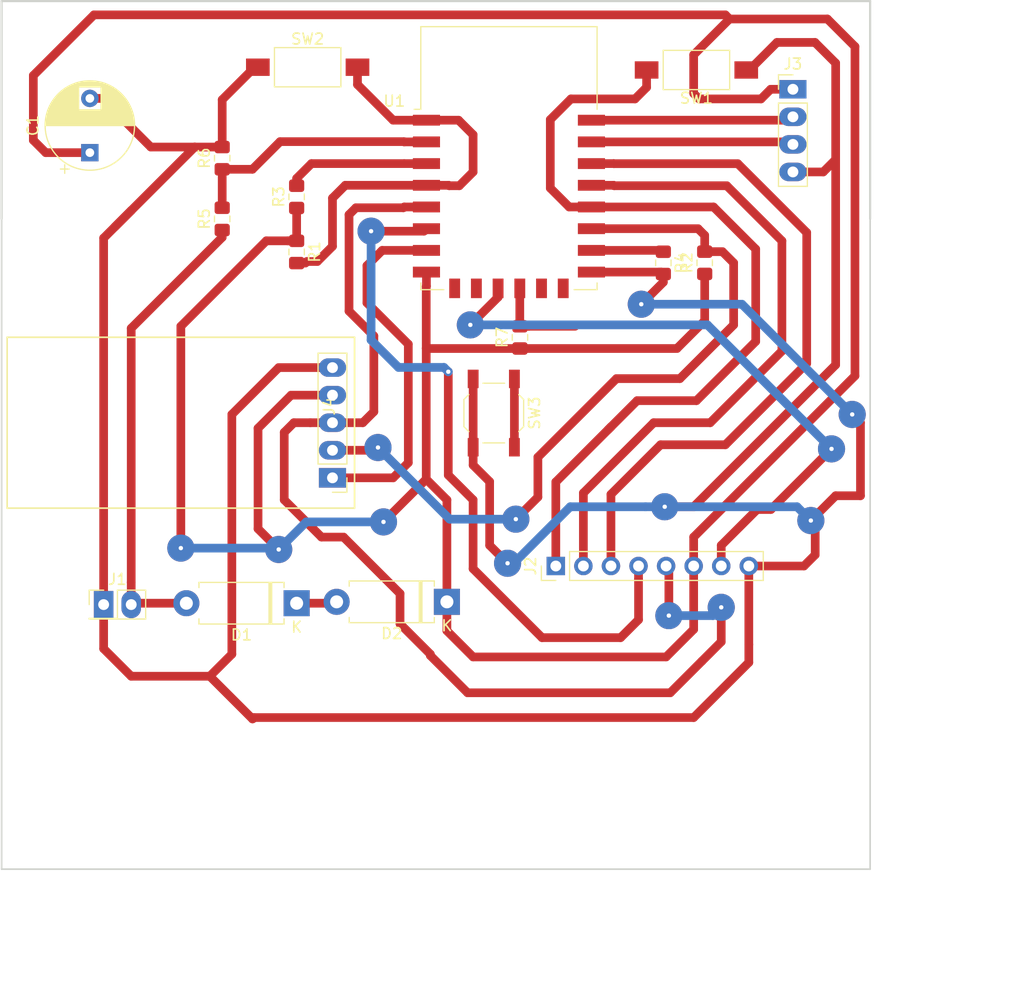
<source format=kicad_pcb>
(kicad_pcb (version 20171130) (host pcbnew "(5.0.1)-4")

  (general
    (thickness 1.6)
    (drawings 9)
    (tracks 277)
    (zones 0)
    (modules 18)
    (nets 24)
  )

  (page A4)
  (layers
    (0 F.Cu signal)
    (31 B.Cu signal)
    (32 B.Adhes user)
    (33 F.Adhes user)
    (34 B.Paste user)
    (35 F.Paste user)
    (36 B.SilkS user)
    (37 F.SilkS user)
    (38 B.Mask user)
    (39 F.Mask user)
    (40 Dwgs.User user)
    (41 Cmts.User user)
    (42 Eco1.User user)
    (43 Eco2.User user)
    (44 Edge.Cuts user)
    (45 Margin user)
    (46 B.CrtYd user)
    (47 F.CrtYd user)
    (48 B.Fab user)
    (49 F.Fab user)
  )

  (setup
    (last_trace_width 0.8)
    (user_trace_width 0.8)
    (user_trace_width 1)
    (user_trace_width 1.2)
    (trace_clearance 0.2)
    (zone_clearance 0.508)
    (zone_45_only no)
    (trace_min 0.2)
    (segment_width 0.2)
    (edge_width 0.15)
    (via_size 0.8)
    (via_drill 0.4)
    (via_min_size 0.4)
    (via_min_drill 0.3)
    (uvia_size 0.3)
    (uvia_drill 0.1)
    (uvias_allowed no)
    (uvia_min_size 0.2)
    (uvia_min_drill 0.1)
    (pcb_text_width 0.3)
    (pcb_text_size 1.5 1.5)
    (mod_edge_width 0.15)
    (mod_text_size 1 1)
    (mod_text_width 0.15)
    (pad_size 2.5 1.7)
    (pad_drill 1)
    (pad_to_mask_clearance 0.051)
    (solder_mask_min_width 0.25)
    (aux_axis_origin 0 0)
    (visible_elements 7FFFFFFF)
    (pcbplotparams
      (layerselection 0x00000_7fffffff)
      (usegerberextensions false)
      (usegerberattributes false)
      (usegerberadvancedattributes false)
      (creategerberjobfile false)
      (excludeedgelayer false)
      (linewidth 0.100000)
      (plotframeref false)
      (viasonmask false)
      (mode 1)
      (useauxorigin false)
      (hpglpennumber 1)
      (hpglpenspeed 20)
      (hpglpendiameter 15.000000)
      (psnegative false)
      (psa4output false)
      (plotreference true)
      (plotvalue true)
      (plotinvisibletext false)
      (padsonsilk false)
      (subtractmaskfromsilk false)
      (outputformat 1)
      (mirror false)
      (drillshape 0)
      (scaleselection 1)
      (outputdirectory "./"))
  )

  (net 0 "")
  (net 1 +3V3)
  (net 2 GND)
  (net 3 /V_BAT)
  (net 4 "Net-(D1-Pad1)")
  (net 5 /DIS_RESET)
  (net 6 /DIS_CS)
  (net 7 /DIS_DC)
  (net 8 /MOSI)
  (net 9 /SCLK)
  (net 10 /DIS_LIGHT)
  (net 11 /TX)
  (net 12 /RX)
  (net 13 /GPIO2)
  (net 14 /MISO)
  (net 15 /RESET)
  (net 16 /ENABLE)
  (net 17 /GPIO15)
  (net 18 /ADC)
  (net 19 /BOTAO)
  (net 20 "Net-(U1-Pad17)")
  (net 21 "Net-(U1-Pad18)")
  (net 22 "Net-(U1-Pad21)")
  (net 23 "Net-(U1-Pad22)")

  (net_class Default "This is the default net class."
    (clearance 0.2)
    (trace_width 0.25)
    (via_dia 0.8)
    (via_drill 0.4)
    (uvia_dia 0.3)
    (uvia_drill 0.1)
    (add_net +3V3)
    (add_net /ADC)
    (add_net /BOTAO)
    (add_net /DIS_CS)
    (add_net /DIS_DC)
    (add_net /DIS_LIGHT)
    (add_net /DIS_RESET)
    (add_net /ENABLE)
    (add_net /GPIO15)
    (add_net /GPIO2)
    (add_net /MISO)
    (add_net /MOSI)
    (add_net /RESET)
    (add_net /RX)
    (add_net /SCLK)
    (add_net /TX)
    (add_net /V_BAT)
    (add_net GND)
    (add_net "Net-(D1-Pad1)")
    (add_net "Net-(U1-Pad17)")
    (add_net "Net-(U1-Pad18)")
    (add_net "Net-(U1-Pad21)")
    (add_net "Net-(U1-Pad22)")
  )

  (module Connector_PinHeader_2.54mm:PinHeader_1x05_P2.54mm_Vertical (layer F.Cu) (tedit 5C572B7D) (tstamp 5C63A2F7)
    (at 164.846 65.786 90)
    (descr "Through hole straight pin header, 1x05, 2.54mm pitch, single row")
    (tags "Through hole pin header THT 1x05 2.54mm single row")
    (path /5C4B0D23)
    (fp_text reference J4 (at 0 -2.33 90) (layer F.SilkS)
      (effects (font (size 1 1) (thickness 0.15)))
    )
    (fp_text value MAX6675 (at 0 12.49 90) (layer F.Fab)
      (effects (font (size 1 1) (thickness 0.15)))
    )
    (fp_line (start -7.874 -1.397) (end -7.874 -3.302) (layer F.Fab) (width 0.1))
    (fp_line (start -7.874 -3.302) (end 4.826 -3.302) (layer F.Fab) (width 0.1))
    (fp_line (start 4.826 -3.302) (end 4.826 -0.762) (layer F.Fab) (width 0.1))
    (fp_line (start 4.826 -0.762) (end -7.239 -0.762) (layer F.Fab) (width 0.1))
    (fp_line (start -7.239 -0.762) (end -7.874 -1.397) (layer F.Fab) (width 0.1))
    (fp_line (start 4.886 -0.702) (end 4.886 -3.362) (layer F.SilkS) (width 0.12))
    (fp_line (start -5.334 -0.702) (end 4.886 -0.702) (layer F.SilkS) (width 0.12))
    (fp_line (start -5.334 -3.362) (end 4.886 -3.362) (layer F.SilkS) (width 0.12))
    (fp_line (start -5.334 -0.702) (end -5.334 -3.362) (layer F.SilkS) (width 0.12))
    (fp_line (start -6.604 -0.702) (end -7.934 -0.702) (layer F.SilkS) (width 0.12))
    (fp_line (start -7.934 -0.702) (end -7.934 -2.032) (layer F.SilkS) (width 0.12))
    (fp_line (start -8.404 -0.232) (end 5.346 -0.232) (layer F.CrtYd) (width 0.05))
    (fp_line (start 5.346 -0.232) (end 5.346 -3.832) (layer F.CrtYd) (width 0.05))
    (fp_line (start 5.346 -3.832) (end -8.404 -3.832) (layer F.CrtYd) (width 0.05))
    (fp_line (start -8.404 -3.832) (end -8.404 -0.232) (layer F.CrtYd) (width 0.05))
    (fp_text user %R (at -1.524 -2.032 270) (layer F.Fab)
      (effects (font (size 1 1) (thickness 0.15)))
    )
    (fp_line (start -9.398 0) (end 6.35 0) (layer F.SilkS) (width 0.15))
    (fp_line (start 6.35 0) (end 6.35 -32.004) (layer F.SilkS) (width 0.15))
    (fp_line (start 6.35 -32.004) (end -9.398 -32.004) (layer F.SilkS) (width 0.15))
    (fp_line (start -9.398 -32.004) (end -9.398 0) (layer F.SilkS) (width 0.15))
    (pad 1 thru_hole rect (at -6.604 -2.032 180) (size 2.5 1.8) (drill 1) (layers *.Cu *.Mask)
      (net 14 /MISO))
    (pad 2 thru_hole oval (at -4.064 -2.032 180) (size 2.5 1.7) (drill 1) (layers *.Cu *.Mask)
      (net 13 /GPIO2))
    (pad 3 thru_hole oval (at -1.524 -2.032 180) (size 2.5 1.7) (drill 1) (layers *.Cu *.Mask)
      (net 9 /SCLK))
    (pad 4 thru_hole oval (at 1.016 -2.032 180) (size 2.5 1.7) (drill 1) (layers *.Cu *.Mask)
      (net 1 +3V3))
    (pad 5 thru_hole oval (at 3.556 -2.032 180) (size 2.5 1.7) (drill 1) (layers *.Cu *.Mask)
      (net 2 GND))
    (model ${KISYS3DMOD}/Connector_PinHeader_2.54mm.3dshapes/PinHeader_1x05_P2.54mm_Vertical.wrl
      (at (xyz 0 0 0))
      (scale (xyz 1 1 1))
      (rotate (xyz 0 0 0))
    )
  )

  (module RF_Module:ESP-12E (layer F.Cu) (tedit 5C58AAE4) (tstamp 5C63A415)
    (at 179.07 42.926)
    (descr "Wi-Fi Module, http://wiki.ai-thinker.com/_media/esp8266/docs/aithinker_esp_12f_datasheet_en.pdf")
    (tags "Wi-Fi Module")
    (path /5C49123B)
    (attr smd)
    (fp_text reference U1 (at -10.56 -5.26) (layer F.SilkS)
      (effects (font (size 1 1) (thickness 0.15)))
    )
    (fp_text value ESP-12E (at -0.06 -12.78) (layer F.Fab)
      (effects (font (size 1 1) (thickness 0.15)))
    )
    (fp_text user Antenna (at -0.06 -7 180) (layer Cmts.User)
      (effects (font (size 1 1) (thickness 0.15)))
    )
    (fp_text user "KEEP-OUT ZONE" (at 0.03 -9.55 180) (layer Cmts.User)
      (effects (font (size 1 1) (thickness 0.15)))
    )
    (fp_text user %R (at 0.49 -0.8) (layer F.Fab)
      (effects (font (size 1 1) (thickness 0.15)))
    )
    (fp_line (start -8 -12) (end 8 -12) (layer F.Fab) (width 0.12))
    (fp_line (start 8 -12) (end 8 12) (layer F.Fab) (width 0.12))
    (fp_line (start 8 12) (end -8 12) (layer F.Fab) (width 0.12))
    (fp_line (start -8 12) (end -8 -3) (layer F.Fab) (width 0.12))
    (fp_line (start -8 -3) (end -7.5 -3.5) (layer F.Fab) (width 0.12))
    (fp_line (start -7.5 -3.5) (end -8 -4) (layer F.Fab) (width 0.12))
    (fp_line (start -8 -4) (end -8 -12) (layer F.Fab) (width 0.12))
    (fp_line (start -9.05 -12.2) (end 9.05 -12.2) (layer F.CrtYd) (width 0.05))
    (fp_line (start 9.05 -12.2) (end 9.05 13.1) (layer F.CrtYd) (width 0.05))
    (fp_line (start 9.05 13.1) (end -9.05 13.1) (layer F.CrtYd) (width 0.05))
    (fp_line (start -9.05 13.1) (end -9.05 -12.2) (layer F.CrtYd) (width 0.05))
    (fp_line (start -8.12 -12.12) (end 8.12 -12.12) (layer F.SilkS) (width 0.12))
    (fp_line (start 8.12 -12.12) (end 8.12 -4.5) (layer F.SilkS) (width 0.12))
    (fp_line (start 8.12 11.5) (end 8.12 12.12) (layer F.SilkS) (width 0.12))
    (fp_line (start 8.12 12.12) (end 6 12.12) (layer F.SilkS) (width 0.12))
    (fp_line (start -6 12.12) (end -8.12 12.12) (layer F.SilkS) (width 0.12))
    (fp_line (start -8.12 12.12) (end -8.12 11.5) (layer F.SilkS) (width 0.12))
    (fp_line (start -8.12 -4.5) (end -8.12 -12.12) (layer F.SilkS) (width 0.12))
    (fp_line (start -8.12 -4.5) (end -8.73 -4.5) (layer F.SilkS) (width 0.12))
    (fp_line (start -8.12 -12.12) (end 8.12 -12.12) (layer Dwgs.User) (width 0.12))
    (fp_line (start 8.12 -12.12) (end 8.12 -4.8) (layer Dwgs.User) (width 0.12))
    (fp_line (start 8.12 -4.8) (end -8.12 -4.8) (layer Dwgs.User) (width 0.12))
    (fp_line (start -8.12 -4.8) (end -8.12 -12.12) (layer Dwgs.User) (width 0.12))
    (fp_line (start -8.12 -9.12) (end -5.12 -12.12) (layer Dwgs.User) (width 0.12))
    (fp_line (start -8.12 -6.12) (end -2.12 -12.12) (layer Dwgs.User) (width 0.12))
    (fp_line (start -6.44 -4.8) (end 0.88 -12.12) (layer Dwgs.User) (width 0.12))
    (fp_line (start -3.44 -4.8) (end 3.88 -12.12) (layer Dwgs.User) (width 0.12))
    (fp_line (start -0.44 -4.8) (end 6.88 -12.12) (layer Dwgs.User) (width 0.12))
    (fp_line (start 2.56 -4.8) (end 8.12 -10.36) (layer Dwgs.User) (width 0.12))
    (fp_line (start 5.56 -4.8) (end 8.12 -7.36) (layer Dwgs.User) (width 0.12))
    (pad 1 smd rect (at -7.6 -3.5) (size 2.5 1) (layers F.Cu F.Paste F.Mask)
      (net 15 /RESET))
    (pad 2 smd rect (at -7.6 -1.5) (size 2.5 1) (layers F.Cu F.Paste F.Mask)
      (net 18 /ADC))
    (pad 3 smd rect (at -7.6 0.5) (size 2.5 1) (layers F.Cu F.Paste F.Mask)
      (net 16 /ENABLE))
    (pad 4 smd rect (at -7.6 2.5) (size 2.5 1) (layers F.Cu F.Paste F.Mask)
      (net 15 /RESET))
    (pad 5 smd rect (at -7.6 4.5) (size 2.5 1) (layers F.Cu F.Paste F.Mask)
      (net 9 /SCLK))
    (pad 6 smd rect (at -7.6 6.5) (size 2.5 1) (layers F.Cu F.Paste F.Mask)
      (net 8 /MOSI))
    (pad 7 smd rect (at -7.6 8.5) (size 2.5 1) (layers F.Cu F.Paste F.Mask)
      (net 14 /MISO))
    (pad 8 smd rect (at -7.6 10.5) (size 2.5 1) (layers F.Cu F.Paste F.Mask)
      (net 1 +3V3))
    (pad 17 smd rect (at -5 12) (size 1 1.8) (layers F.Cu F.Paste F.Mask)
      (net 20 "Net-(U1-Pad17)"))
    (pad 18 smd rect (at -3 12) (size 1 1.8) (layers F.Cu F.Paste F.Mask)
      (net 21 "Net-(U1-Pad18)"))
    (pad 19 smd rect (at -1 12) (size 1 1.8) (layers F.Cu F.Paste F.Mask)
      (net 10 /DIS_LIGHT))
    (pad 20 smd rect (at 1 12) (size 1 1.8) (layers F.Cu F.Paste F.Mask)
      (net 19 /BOTAO))
    (pad 21 smd rect (at 3 12) (size 1 1.8) (layers F.Cu F.Paste F.Mask)
      (net 22 "Net-(U1-Pad21)"))
    (pad 22 smd rect (at 5 12) (size 1 1.8) (layers F.Cu F.Paste F.Mask)
      (net 23 "Net-(U1-Pad22)"))
    (pad 9 smd rect (at 7.6 10.5) (size 2.5 1) (layers F.Cu F.Paste F.Mask)
      (net 2 GND))
    (pad 10 smd rect (at 7.6 8.5) (size 2.5 1) (layers F.Cu F.Paste F.Mask)
      (net 17 /GPIO15))
    (pad 11 smd rect (at 7.6 6.5) (size 2.5 1) (layers F.Cu F.Paste F.Mask)
      (net 13 /GPIO2))
    (pad 12 smd rect (at 7.6 4.5) (size 2.5 1) (layers F.Cu F.Paste F.Mask)
      (net 5 /DIS_RESET))
    (pad 13 smd rect (at 7.6 2.5) (size 2.5 1) (layers F.Cu F.Paste F.Mask)
      (net 6 /DIS_CS))
    (pad 14 smd rect (at 7.6 0.5) (size 2.5 1) (layers F.Cu F.Paste F.Mask)
      (net 7 /DIS_DC))
    (pad 15 smd rect (at 7.6 -1.5) (size 2.5 1) (layers F.Cu F.Paste F.Mask)
      (net 12 /RX))
    (pad 16 smd rect (at 7.6 -3.5) (size 2.5 1) (layers F.Cu F.Paste F.Mask)
      (net 11 /TX))
    (model ${KISYS3DMOD}/RF_Module.3dshapes/ESP-12E.wrl
      (at (xyz 0 0 0))
      (scale (xyz 1 1 1))
      (rotate (xyz 0 0 0))
    )
  )

  (module Connector_PinHeader_2.54mm:PinHeader_2x01_P2.54mm_Vertical (layer F.Cu) (tedit 5C572C0C) (tstamp 5C63A2AA)
    (at 141.732 84.074)
    (descr "Through hole straight pin header, 2x01, 2.54mm pitch, double rows")
    (tags "Through hole pin header THT 2x01 2.54mm double row")
    (path /5C4A9ABF)
    (fp_text reference J1 (at 1.27 -2.33) (layer F.SilkS)
      (effects (font (size 1 1) (thickness 0.15)))
    )
    (fp_text value BAT (at 1.27 2.33) (layer F.Fab)
      (effects (font (size 1 1) (thickness 0.15)))
    )
    (fp_line (start 0 -1.27) (end 3.81 -1.27) (layer F.Fab) (width 0.1))
    (fp_line (start 3.81 -1.27) (end 3.81 1.27) (layer F.Fab) (width 0.1))
    (fp_line (start 3.81 1.27) (end -1.27 1.27) (layer F.Fab) (width 0.1))
    (fp_line (start -1.27 1.27) (end -1.27 0) (layer F.Fab) (width 0.1))
    (fp_line (start -1.27 0) (end 0 -1.27) (layer F.Fab) (width 0.1))
    (fp_line (start -1.33 1.33) (end 3.87 1.33) (layer F.SilkS) (width 0.12))
    (fp_line (start -1.33 1.27) (end -1.33 1.33) (layer F.SilkS) (width 0.12))
    (fp_line (start 3.87 -1.33) (end 3.87 1.33) (layer F.SilkS) (width 0.12))
    (fp_line (start -1.33 1.27) (end 1.27 1.27) (layer F.SilkS) (width 0.12))
    (fp_line (start 1.27 1.27) (end 1.27 -1.33) (layer F.SilkS) (width 0.12))
    (fp_line (start 1.27 -1.33) (end 3.87 -1.33) (layer F.SilkS) (width 0.12))
    (fp_line (start -1.33 0) (end -1.33 -1.33) (layer F.SilkS) (width 0.12))
    (fp_line (start -1.33 -1.33) (end 0 -1.33) (layer F.SilkS) (width 0.12))
    (fp_line (start -1.8 -1.8) (end -1.8 1.8) (layer F.CrtYd) (width 0.05))
    (fp_line (start -1.8 1.8) (end 4.35 1.8) (layer F.CrtYd) (width 0.05))
    (fp_line (start 4.35 1.8) (end 4.35 -1.8) (layer F.CrtYd) (width 0.05))
    (fp_line (start 4.35 -1.8) (end -1.8 -1.8) (layer F.CrtYd) (width 0.05))
    (fp_text user %R (at 1.27 0 90) (layer F.Fab)
      (effects (font (size 1 1) (thickness 0.15)))
    )
    (pad 1 thru_hole rect (at 0 0) (size 1.8 2.5) (drill 1) (layers *.Cu *.Mask)
      (net 2 GND))
    (pad 2 thru_hole oval (at 2.54 0) (size 1.8 2.5) (drill 1) (layers *.Cu *.Mask)
      (net 3 /V_BAT))
    (model ${KISYS3DMOD}/Connector_PinHeader_2.54mm.3dshapes/PinHeader_2x01_P2.54mm_Vertical.wrl
      (at (xyz 0 0 0))
      (scale (xyz 1 1 1))
      (rotate (xyz 0 0 0))
    )
  )

  (module Capacitor_THT:CP_Radial_D8.0mm_P5.00mm (layer F.Cu) (tedit 5AE50EF0) (tstamp 5C63BFA4)
    (at 140.462 42.418 90)
    (descr "CP, Radial series, Radial, pin pitch=5.00mm, , diameter=8mm, Electrolytic Capacitor")
    (tags "CP Radial series Radial pin pitch 5.00mm  diameter 8mm Electrolytic Capacitor")
    (path /5C491C9F)
    (fp_text reference C1 (at 2.5 -5.25 90) (layer F.SilkS)
      (effects (font (size 1 1) (thickness 0.15)))
    )
    (fp_text value C (at 2.5 5.25 90) (layer F.Fab)
      (effects (font (size 1 1) (thickness 0.15)))
    )
    (fp_circle (center 2.5 0) (end 6.5 0) (layer F.Fab) (width 0.1))
    (fp_circle (center 2.5 0) (end 6.62 0) (layer F.SilkS) (width 0.12))
    (fp_circle (center 2.5 0) (end 6.75 0) (layer F.CrtYd) (width 0.05))
    (fp_line (start -0.926759 -1.7475) (end -0.126759 -1.7475) (layer F.Fab) (width 0.1))
    (fp_line (start -0.526759 -2.1475) (end -0.526759 -1.3475) (layer F.Fab) (width 0.1))
    (fp_line (start 2.5 -4.08) (end 2.5 4.08) (layer F.SilkS) (width 0.12))
    (fp_line (start 2.54 -4.08) (end 2.54 4.08) (layer F.SilkS) (width 0.12))
    (fp_line (start 2.58 -4.08) (end 2.58 4.08) (layer F.SilkS) (width 0.12))
    (fp_line (start 2.62 -4.079) (end 2.62 4.079) (layer F.SilkS) (width 0.12))
    (fp_line (start 2.66 -4.077) (end 2.66 4.077) (layer F.SilkS) (width 0.12))
    (fp_line (start 2.7 -4.076) (end 2.7 4.076) (layer F.SilkS) (width 0.12))
    (fp_line (start 2.74 -4.074) (end 2.74 4.074) (layer F.SilkS) (width 0.12))
    (fp_line (start 2.78 -4.071) (end 2.78 4.071) (layer F.SilkS) (width 0.12))
    (fp_line (start 2.82 -4.068) (end 2.82 4.068) (layer F.SilkS) (width 0.12))
    (fp_line (start 2.86 -4.065) (end 2.86 4.065) (layer F.SilkS) (width 0.12))
    (fp_line (start 2.9 -4.061) (end 2.9 4.061) (layer F.SilkS) (width 0.12))
    (fp_line (start 2.94 -4.057) (end 2.94 4.057) (layer F.SilkS) (width 0.12))
    (fp_line (start 2.98 -4.052) (end 2.98 4.052) (layer F.SilkS) (width 0.12))
    (fp_line (start 3.02 -4.048) (end 3.02 4.048) (layer F.SilkS) (width 0.12))
    (fp_line (start 3.06 -4.042) (end 3.06 4.042) (layer F.SilkS) (width 0.12))
    (fp_line (start 3.1 -4.037) (end 3.1 4.037) (layer F.SilkS) (width 0.12))
    (fp_line (start 3.14 -4.03) (end 3.14 4.03) (layer F.SilkS) (width 0.12))
    (fp_line (start 3.18 -4.024) (end 3.18 4.024) (layer F.SilkS) (width 0.12))
    (fp_line (start 3.221 -4.017) (end 3.221 4.017) (layer F.SilkS) (width 0.12))
    (fp_line (start 3.261 -4.01) (end 3.261 4.01) (layer F.SilkS) (width 0.12))
    (fp_line (start 3.301 -4.002) (end 3.301 4.002) (layer F.SilkS) (width 0.12))
    (fp_line (start 3.341 -3.994) (end 3.341 3.994) (layer F.SilkS) (width 0.12))
    (fp_line (start 3.381 -3.985) (end 3.381 3.985) (layer F.SilkS) (width 0.12))
    (fp_line (start 3.421 -3.976) (end 3.421 3.976) (layer F.SilkS) (width 0.12))
    (fp_line (start 3.461 -3.967) (end 3.461 3.967) (layer F.SilkS) (width 0.12))
    (fp_line (start 3.501 -3.957) (end 3.501 3.957) (layer F.SilkS) (width 0.12))
    (fp_line (start 3.541 -3.947) (end 3.541 3.947) (layer F.SilkS) (width 0.12))
    (fp_line (start 3.581 -3.936) (end 3.581 3.936) (layer F.SilkS) (width 0.12))
    (fp_line (start 3.621 -3.925) (end 3.621 3.925) (layer F.SilkS) (width 0.12))
    (fp_line (start 3.661 -3.914) (end 3.661 3.914) (layer F.SilkS) (width 0.12))
    (fp_line (start 3.701 -3.902) (end 3.701 3.902) (layer F.SilkS) (width 0.12))
    (fp_line (start 3.741 -3.889) (end 3.741 3.889) (layer F.SilkS) (width 0.12))
    (fp_line (start 3.781 -3.877) (end 3.781 3.877) (layer F.SilkS) (width 0.12))
    (fp_line (start 3.821 -3.863) (end 3.821 3.863) (layer F.SilkS) (width 0.12))
    (fp_line (start 3.861 -3.85) (end 3.861 3.85) (layer F.SilkS) (width 0.12))
    (fp_line (start 3.901 -3.835) (end 3.901 3.835) (layer F.SilkS) (width 0.12))
    (fp_line (start 3.941 -3.821) (end 3.941 3.821) (layer F.SilkS) (width 0.12))
    (fp_line (start 3.981 -3.805) (end 3.981 -1.04) (layer F.SilkS) (width 0.12))
    (fp_line (start 3.981 1.04) (end 3.981 3.805) (layer F.SilkS) (width 0.12))
    (fp_line (start 4.021 -3.79) (end 4.021 -1.04) (layer F.SilkS) (width 0.12))
    (fp_line (start 4.021 1.04) (end 4.021 3.79) (layer F.SilkS) (width 0.12))
    (fp_line (start 4.061 -3.774) (end 4.061 -1.04) (layer F.SilkS) (width 0.12))
    (fp_line (start 4.061 1.04) (end 4.061 3.774) (layer F.SilkS) (width 0.12))
    (fp_line (start 4.101 -3.757) (end 4.101 -1.04) (layer F.SilkS) (width 0.12))
    (fp_line (start 4.101 1.04) (end 4.101 3.757) (layer F.SilkS) (width 0.12))
    (fp_line (start 4.141 -3.74) (end 4.141 -1.04) (layer F.SilkS) (width 0.12))
    (fp_line (start 4.141 1.04) (end 4.141 3.74) (layer F.SilkS) (width 0.12))
    (fp_line (start 4.181 -3.722) (end 4.181 -1.04) (layer F.SilkS) (width 0.12))
    (fp_line (start 4.181 1.04) (end 4.181 3.722) (layer F.SilkS) (width 0.12))
    (fp_line (start 4.221 -3.704) (end 4.221 -1.04) (layer F.SilkS) (width 0.12))
    (fp_line (start 4.221 1.04) (end 4.221 3.704) (layer F.SilkS) (width 0.12))
    (fp_line (start 4.261 -3.686) (end 4.261 -1.04) (layer F.SilkS) (width 0.12))
    (fp_line (start 4.261 1.04) (end 4.261 3.686) (layer F.SilkS) (width 0.12))
    (fp_line (start 4.301 -3.666) (end 4.301 -1.04) (layer F.SilkS) (width 0.12))
    (fp_line (start 4.301 1.04) (end 4.301 3.666) (layer F.SilkS) (width 0.12))
    (fp_line (start 4.341 -3.647) (end 4.341 -1.04) (layer F.SilkS) (width 0.12))
    (fp_line (start 4.341 1.04) (end 4.341 3.647) (layer F.SilkS) (width 0.12))
    (fp_line (start 4.381 -3.627) (end 4.381 -1.04) (layer F.SilkS) (width 0.12))
    (fp_line (start 4.381 1.04) (end 4.381 3.627) (layer F.SilkS) (width 0.12))
    (fp_line (start 4.421 -3.606) (end 4.421 -1.04) (layer F.SilkS) (width 0.12))
    (fp_line (start 4.421 1.04) (end 4.421 3.606) (layer F.SilkS) (width 0.12))
    (fp_line (start 4.461 -3.584) (end 4.461 -1.04) (layer F.SilkS) (width 0.12))
    (fp_line (start 4.461 1.04) (end 4.461 3.584) (layer F.SilkS) (width 0.12))
    (fp_line (start 4.501 -3.562) (end 4.501 -1.04) (layer F.SilkS) (width 0.12))
    (fp_line (start 4.501 1.04) (end 4.501 3.562) (layer F.SilkS) (width 0.12))
    (fp_line (start 4.541 -3.54) (end 4.541 -1.04) (layer F.SilkS) (width 0.12))
    (fp_line (start 4.541 1.04) (end 4.541 3.54) (layer F.SilkS) (width 0.12))
    (fp_line (start 4.581 -3.517) (end 4.581 -1.04) (layer F.SilkS) (width 0.12))
    (fp_line (start 4.581 1.04) (end 4.581 3.517) (layer F.SilkS) (width 0.12))
    (fp_line (start 4.621 -3.493) (end 4.621 -1.04) (layer F.SilkS) (width 0.12))
    (fp_line (start 4.621 1.04) (end 4.621 3.493) (layer F.SilkS) (width 0.12))
    (fp_line (start 4.661 -3.469) (end 4.661 -1.04) (layer F.SilkS) (width 0.12))
    (fp_line (start 4.661 1.04) (end 4.661 3.469) (layer F.SilkS) (width 0.12))
    (fp_line (start 4.701 -3.444) (end 4.701 -1.04) (layer F.SilkS) (width 0.12))
    (fp_line (start 4.701 1.04) (end 4.701 3.444) (layer F.SilkS) (width 0.12))
    (fp_line (start 4.741 -3.418) (end 4.741 -1.04) (layer F.SilkS) (width 0.12))
    (fp_line (start 4.741 1.04) (end 4.741 3.418) (layer F.SilkS) (width 0.12))
    (fp_line (start 4.781 -3.392) (end 4.781 -1.04) (layer F.SilkS) (width 0.12))
    (fp_line (start 4.781 1.04) (end 4.781 3.392) (layer F.SilkS) (width 0.12))
    (fp_line (start 4.821 -3.365) (end 4.821 -1.04) (layer F.SilkS) (width 0.12))
    (fp_line (start 4.821 1.04) (end 4.821 3.365) (layer F.SilkS) (width 0.12))
    (fp_line (start 4.861 -3.338) (end 4.861 -1.04) (layer F.SilkS) (width 0.12))
    (fp_line (start 4.861 1.04) (end 4.861 3.338) (layer F.SilkS) (width 0.12))
    (fp_line (start 4.901 -3.309) (end 4.901 -1.04) (layer F.SilkS) (width 0.12))
    (fp_line (start 4.901 1.04) (end 4.901 3.309) (layer F.SilkS) (width 0.12))
    (fp_line (start 4.941 -3.28) (end 4.941 -1.04) (layer F.SilkS) (width 0.12))
    (fp_line (start 4.941 1.04) (end 4.941 3.28) (layer F.SilkS) (width 0.12))
    (fp_line (start 4.981 -3.25) (end 4.981 -1.04) (layer F.SilkS) (width 0.12))
    (fp_line (start 4.981 1.04) (end 4.981 3.25) (layer F.SilkS) (width 0.12))
    (fp_line (start 5.021 -3.22) (end 5.021 -1.04) (layer F.SilkS) (width 0.12))
    (fp_line (start 5.021 1.04) (end 5.021 3.22) (layer F.SilkS) (width 0.12))
    (fp_line (start 5.061 -3.189) (end 5.061 -1.04) (layer F.SilkS) (width 0.12))
    (fp_line (start 5.061 1.04) (end 5.061 3.189) (layer F.SilkS) (width 0.12))
    (fp_line (start 5.101 -3.156) (end 5.101 -1.04) (layer F.SilkS) (width 0.12))
    (fp_line (start 5.101 1.04) (end 5.101 3.156) (layer F.SilkS) (width 0.12))
    (fp_line (start 5.141 -3.124) (end 5.141 -1.04) (layer F.SilkS) (width 0.12))
    (fp_line (start 5.141 1.04) (end 5.141 3.124) (layer F.SilkS) (width 0.12))
    (fp_line (start 5.181 -3.09) (end 5.181 -1.04) (layer F.SilkS) (width 0.12))
    (fp_line (start 5.181 1.04) (end 5.181 3.09) (layer F.SilkS) (width 0.12))
    (fp_line (start 5.221 -3.055) (end 5.221 -1.04) (layer F.SilkS) (width 0.12))
    (fp_line (start 5.221 1.04) (end 5.221 3.055) (layer F.SilkS) (width 0.12))
    (fp_line (start 5.261 -3.019) (end 5.261 -1.04) (layer F.SilkS) (width 0.12))
    (fp_line (start 5.261 1.04) (end 5.261 3.019) (layer F.SilkS) (width 0.12))
    (fp_line (start 5.301 -2.983) (end 5.301 -1.04) (layer F.SilkS) (width 0.12))
    (fp_line (start 5.301 1.04) (end 5.301 2.983) (layer F.SilkS) (width 0.12))
    (fp_line (start 5.341 -2.945) (end 5.341 -1.04) (layer F.SilkS) (width 0.12))
    (fp_line (start 5.341 1.04) (end 5.341 2.945) (layer F.SilkS) (width 0.12))
    (fp_line (start 5.381 -2.907) (end 5.381 -1.04) (layer F.SilkS) (width 0.12))
    (fp_line (start 5.381 1.04) (end 5.381 2.907) (layer F.SilkS) (width 0.12))
    (fp_line (start 5.421 -2.867) (end 5.421 -1.04) (layer F.SilkS) (width 0.12))
    (fp_line (start 5.421 1.04) (end 5.421 2.867) (layer F.SilkS) (width 0.12))
    (fp_line (start 5.461 -2.826) (end 5.461 -1.04) (layer F.SilkS) (width 0.12))
    (fp_line (start 5.461 1.04) (end 5.461 2.826) (layer F.SilkS) (width 0.12))
    (fp_line (start 5.501 -2.784) (end 5.501 -1.04) (layer F.SilkS) (width 0.12))
    (fp_line (start 5.501 1.04) (end 5.501 2.784) (layer F.SilkS) (width 0.12))
    (fp_line (start 5.541 -2.741) (end 5.541 -1.04) (layer F.SilkS) (width 0.12))
    (fp_line (start 5.541 1.04) (end 5.541 2.741) (layer F.SilkS) (width 0.12))
    (fp_line (start 5.581 -2.697) (end 5.581 -1.04) (layer F.SilkS) (width 0.12))
    (fp_line (start 5.581 1.04) (end 5.581 2.697) (layer F.SilkS) (width 0.12))
    (fp_line (start 5.621 -2.651) (end 5.621 -1.04) (layer F.SilkS) (width 0.12))
    (fp_line (start 5.621 1.04) (end 5.621 2.651) (layer F.SilkS) (width 0.12))
    (fp_line (start 5.661 -2.604) (end 5.661 -1.04) (layer F.SilkS) (width 0.12))
    (fp_line (start 5.661 1.04) (end 5.661 2.604) (layer F.SilkS) (width 0.12))
    (fp_line (start 5.701 -2.556) (end 5.701 -1.04) (layer F.SilkS) (width 0.12))
    (fp_line (start 5.701 1.04) (end 5.701 2.556) (layer F.SilkS) (width 0.12))
    (fp_line (start 5.741 -2.505) (end 5.741 -1.04) (layer F.SilkS) (width 0.12))
    (fp_line (start 5.741 1.04) (end 5.741 2.505) (layer F.SilkS) (width 0.12))
    (fp_line (start 5.781 -2.454) (end 5.781 -1.04) (layer F.SilkS) (width 0.12))
    (fp_line (start 5.781 1.04) (end 5.781 2.454) (layer F.SilkS) (width 0.12))
    (fp_line (start 5.821 -2.4) (end 5.821 -1.04) (layer F.SilkS) (width 0.12))
    (fp_line (start 5.821 1.04) (end 5.821 2.4) (layer F.SilkS) (width 0.12))
    (fp_line (start 5.861 -2.345) (end 5.861 -1.04) (layer F.SilkS) (width 0.12))
    (fp_line (start 5.861 1.04) (end 5.861 2.345) (layer F.SilkS) (width 0.12))
    (fp_line (start 5.901 -2.287) (end 5.901 -1.04) (layer F.SilkS) (width 0.12))
    (fp_line (start 5.901 1.04) (end 5.901 2.287) (layer F.SilkS) (width 0.12))
    (fp_line (start 5.941 -2.228) (end 5.941 -1.04) (layer F.SilkS) (width 0.12))
    (fp_line (start 5.941 1.04) (end 5.941 2.228) (layer F.SilkS) (width 0.12))
    (fp_line (start 5.981 -2.166) (end 5.981 -1.04) (layer F.SilkS) (width 0.12))
    (fp_line (start 5.981 1.04) (end 5.981 2.166) (layer F.SilkS) (width 0.12))
    (fp_line (start 6.021 -2.102) (end 6.021 -1.04) (layer F.SilkS) (width 0.12))
    (fp_line (start 6.021 1.04) (end 6.021 2.102) (layer F.SilkS) (width 0.12))
    (fp_line (start 6.061 -2.034) (end 6.061 2.034) (layer F.SilkS) (width 0.12))
    (fp_line (start 6.101 -1.964) (end 6.101 1.964) (layer F.SilkS) (width 0.12))
    (fp_line (start 6.141 -1.89) (end 6.141 1.89) (layer F.SilkS) (width 0.12))
    (fp_line (start 6.181 -1.813) (end 6.181 1.813) (layer F.SilkS) (width 0.12))
    (fp_line (start 6.221 -1.731) (end 6.221 1.731) (layer F.SilkS) (width 0.12))
    (fp_line (start 6.261 -1.645) (end 6.261 1.645) (layer F.SilkS) (width 0.12))
    (fp_line (start 6.301 -1.552) (end 6.301 1.552) (layer F.SilkS) (width 0.12))
    (fp_line (start 6.341 -1.453) (end 6.341 1.453) (layer F.SilkS) (width 0.12))
    (fp_line (start 6.381 -1.346) (end 6.381 1.346) (layer F.SilkS) (width 0.12))
    (fp_line (start 6.421 -1.229) (end 6.421 1.229) (layer F.SilkS) (width 0.12))
    (fp_line (start 6.461 -1.098) (end 6.461 1.098) (layer F.SilkS) (width 0.12))
    (fp_line (start 6.501 -0.948) (end 6.501 0.948) (layer F.SilkS) (width 0.12))
    (fp_line (start 6.541 -0.768) (end 6.541 0.768) (layer F.SilkS) (width 0.12))
    (fp_line (start 6.581 -0.533) (end 6.581 0.533) (layer F.SilkS) (width 0.12))
    (fp_line (start -1.909698 -2.315) (end -1.109698 -2.315) (layer F.SilkS) (width 0.12))
    (fp_line (start -1.509698 -2.715) (end -1.509698 -1.915) (layer F.SilkS) (width 0.12))
    (fp_text user %R (at 2.5 0 90) (layer F.Fab)
      (effects (font (size 1 1) (thickness 0.15)))
    )
    (pad 1 thru_hole rect (at 0 0 90) (size 1.6 1.6) (drill 0.8) (layers *.Cu *.Mask)
      (net 1 +3V3))
    (pad 2 thru_hole circle (at 5 0 90) (size 1.6 1.6) (drill 0.8) (layers *.Cu *.Mask)
      (net 2 GND))
    (model ${KISYS3DMOD}/Capacitor_THT.3dshapes/CP_Radial_D8.0mm_P5.00mm.wrl
      (at (xyz 0 0 0))
      (scale (xyz 1 1 1))
      (rotate (xyz 0 0 0))
    )
  )

  (module Diode_THT:D_DO-15_P10.16mm_Horizontal (layer F.Cu) (tedit 5AE50CD5) (tstamp 5C63B78F)
    (at 159.512 83.947 180)
    (descr "Diode, DO-15 series, Axial, Horizontal, pin pitch=10.16mm, , length*diameter=7.6*3.6mm^2, , http://www.diodes.com/_files/packages/DO-15.pdf")
    (tags "Diode DO-15 series Axial Horizontal pin pitch 10.16mm  length 7.6mm diameter 3.6mm")
    (path /5C4AD511)
    (fp_text reference D1 (at 5.08 -2.92 180) (layer F.SilkS)
      (effects (font (size 1 1) (thickness 0.15)))
    )
    (fp_text value D (at 5.08 2.92 180) (layer F.Fab)
      (effects (font (size 1 1) (thickness 0.15)))
    )
    (fp_text user K (at 0 -2.2 180) (layer F.SilkS)
      (effects (font (size 1 1) (thickness 0.15)))
    )
    (fp_text user K (at 0 -2.2 180) (layer F.Fab)
      (effects (font (size 1 1) (thickness 0.15)))
    )
    (fp_text user %R (at 5.65 0 180) (layer F.Fab)
      (effects (font (size 1 1) (thickness 0.15)))
    )
    (fp_line (start 11.61 -2.05) (end -1.45 -2.05) (layer F.CrtYd) (width 0.05))
    (fp_line (start 11.61 2.05) (end 11.61 -2.05) (layer F.CrtYd) (width 0.05))
    (fp_line (start -1.45 2.05) (end 11.61 2.05) (layer F.CrtYd) (width 0.05))
    (fp_line (start -1.45 -2.05) (end -1.45 2.05) (layer F.CrtYd) (width 0.05))
    (fp_line (start 2.3 -1.92) (end 2.3 1.92) (layer F.SilkS) (width 0.12))
    (fp_line (start 2.54 -1.92) (end 2.54 1.92) (layer F.SilkS) (width 0.12))
    (fp_line (start 2.42 -1.92) (end 2.42 1.92) (layer F.SilkS) (width 0.12))
    (fp_line (start 9 1.92) (end 9 1.44) (layer F.SilkS) (width 0.12))
    (fp_line (start 1.16 1.92) (end 9 1.92) (layer F.SilkS) (width 0.12))
    (fp_line (start 1.16 1.44) (end 1.16 1.92) (layer F.SilkS) (width 0.12))
    (fp_line (start 9 -1.92) (end 9 -1.44) (layer F.SilkS) (width 0.12))
    (fp_line (start 1.16 -1.92) (end 9 -1.92) (layer F.SilkS) (width 0.12))
    (fp_line (start 1.16 -1.44) (end 1.16 -1.92) (layer F.SilkS) (width 0.12))
    (fp_line (start 2.32 -1.8) (end 2.32 1.8) (layer F.Fab) (width 0.1))
    (fp_line (start 2.52 -1.8) (end 2.52 1.8) (layer F.Fab) (width 0.1))
    (fp_line (start 2.42 -1.8) (end 2.42 1.8) (layer F.Fab) (width 0.1))
    (fp_line (start 10.16 0) (end 8.88 0) (layer F.Fab) (width 0.1))
    (fp_line (start 0 0) (end 1.28 0) (layer F.Fab) (width 0.1))
    (fp_line (start 8.88 -1.8) (end 1.28 -1.8) (layer F.Fab) (width 0.1))
    (fp_line (start 8.88 1.8) (end 8.88 -1.8) (layer F.Fab) (width 0.1))
    (fp_line (start 1.28 1.8) (end 8.88 1.8) (layer F.Fab) (width 0.1))
    (fp_line (start 1.28 -1.8) (end 1.28 1.8) (layer F.Fab) (width 0.1))
    (pad 2 thru_hole oval (at 10.16 0 180) (size 2.4 2.4) (drill 1.2) (layers *.Cu *.Mask)
      (net 3 /V_BAT))
    (pad 1 thru_hole rect (at 0 0 180) (size 2.4 2.4) (drill 1.2) (layers *.Cu *.Mask)
      (net 4 "Net-(D1-Pad1)"))
    (model ${KISYS3DMOD}/Diode_THT.3dshapes/D_DO-15_P10.16mm_Horizontal.wrl
      (at (xyz 0 0 0))
      (scale (xyz 1 1 1))
      (rotate (xyz 0 0 0))
    )
  )

  (module Diode_THT:D_DO-15_P10.16mm_Horizontal (layer F.Cu) (tedit 5AE50CD5) (tstamp 5C63A292)
    (at 173.355 83.82 180)
    (descr "Diode, DO-15 series, Axial, Horizontal, pin pitch=10.16mm, , length*diameter=7.6*3.6mm^2, , http://www.diodes.com/_files/packages/DO-15.pdf")
    (tags "Diode DO-15 series Axial Horizontal pin pitch 10.16mm  length 7.6mm diameter 3.6mm")
    (path /5C4AD59B)
    (fp_text reference D2 (at 5.08 -2.92 180) (layer F.SilkS)
      (effects (font (size 1 1) (thickness 0.15)))
    )
    (fp_text value D (at 5.08 2.92 180) (layer F.Fab)
      (effects (font (size 1 1) (thickness 0.15)))
    )
    (fp_line (start 1.28 -1.8) (end 1.28 1.8) (layer F.Fab) (width 0.1))
    (fp_line (start 1.28 1.8) (end 8.88 1.8) (layer F.Fab) (width 0.1))
    (fp_line (start 8.88 1.8) (end 8.88 -1.8) (layer F.Fab) (width 0.1))
    (fp_line (start 8.88 -1.8) (end 1.28 -1.8) (layer F.Fab) (width 0.1))
    (fp_line (start 0 0) (end 1.28 0) (layer F.Fab) (width 0.1))
    (fp_line (start 10.16 0) (end 8.88 0) (layer F.Fab) (width 0.1))
    (fp_line (start 2.42 -1.8) (end 2.42 1.8) (layer F.Fab) (width 0.1))
    (fp_line (start 2.52 -1.8) (end 2.52 1.8) (layer F.Fab) (width 0.1))
    (fp_line (start 2.32 -1.8) (end 2.32 1.8) (layer F.Fab) (width 0.1))
    (fp_line (start 1.16 -1.44) (end 1.16 -1.92) (layer F.SilkS) (width 0.12))
    (fp_line (start 1.16 -1.92) (end 9 -1.92) (layer F.SilkS) (width 0.12))
    (fp_line (start 9 -1.92) (end 9 -1.44) (layer F.SilkS) (width 0.12))
    (fp_line (start 1.16 1.44) (end 1.16 1.92) (layer F.SilkS) (width 0.12))
    (fp_line (start 1.16 1.92) (end 9 1.92) (layer F.SilkS) (width 0.12))
    (fp_line (start 9 1.92) (end 9 1.44) (layer F.SilkS) (width 0.12))
    (fp_line (start 2.42 -1.92) (end 2.42 1.92) (layer F.SilkS) (width 0.12))
    (fp_line (start 2.54 -1.92) (end 2.54 1.92) (layer F.SilkS) (width 0.12))
    (fp_line (start 2.3 -1.92) (end 2.3 1.92) (layer F.SilkS) (width 0.12))
    (fp_line (start -1.45 -2.05) (end -1.45 2.05) (layer F.CrtYd) (width 0.05))
    (fp_line (start -1.45 2.05) (end 11.61 2.05) (layer F.CrtYd) (width 0.05))
    (fp_line (start 11.61 2.05) (end 11.61 -2.05) (layer F.CrtYd) (width 0.05))
    (fp_line (start 11.61 -2.05) (end -1.45 -2.05) (layer F.CrtYd) (width 0.05))
    (fp_text user %R (at 5.65 0 180) (layer F.Fab)
      (effects (font (size 1 1) (thickness 0.15)))
    )
    (fp_text user K (at 0 -2.2 180) (layer F.Fab)
      (effects (font (size 1 1) (thickness 0.15)))
    )
    (fp_text user K (at 0 -2.2 180) (layer F.SilkS)
      (effects (font (size 1 1) (thickness 0.15)))
    )
    (pad 1 thru_hole rect (at 0 0 180) (size 2.4 2.4) (drill 1.2) (layers *.Cu *.Mask)
      (net 1 +3V3))
    (pad 2 thru_hole oval (at 10.16 0 180) (size 2.4 2.4) (drill 1.2) (layers *.Cu *.Mask)
      (net 4 "Net-(D1-Pad1)"))
    (model ${KISYS3DMOD}/Diode_THT.3dshapes/D_DO-15_P10.16mm_Horizontal.wrl
      (at (xyz 0 0 0))
      (scale (xyz 1 1 1))
      (rotate (xyz 0 0 0))
    )
  )

  (module Connector_PinHeader_2.54mm:PinHeader_1x08_P2.54mm_Vertical (layer F.Cu) (tedit 59FED5CC) (tstamp 5C63A2C6)
    (at 183.388 80.518 90)
    (descr "Through hole straight pin header, 1x08, 2.54mm pitch, single row")
    (tags "Through hole pin header THT 1x08 2.54mm single row")
    (path /5C4B9B8F)
    (fp_text reference J2 (at 0 -2.33 90) (layer F.SilkS)
      (effects (font (size 1 1) (thickness 0.15)))
    )
    (fp_text value Display (at 0 20.11 90) (layer F.Fab)
      (effects (font (size 1 1) (thickness 0.15)))
    )
    (fp_line (start -0.635 -1.27) (end 1.27 -1.27) (layer F.Fab) (width 0.1))
    (fp_line (start 1.27 -1.27) (end 1.27 19.05) (layer F.Fab) (width 0.1))
    (fp_line (start 1.27 19.05) (end -1.27 19.05) (layer F.Fab) (width 0.1))
    (fp_line (start -1.27 19.05) (end -1.27 -0.635) (layer F.Fab) (width 0.1))
    (fp_line (start -1.27 -0.635) (end -0.635 -1.27) (layer F.Fab) (width 0.1))
    (fp_line (start -1.33 19.11) (end 1.33 19.11) (layer F.SilkS) (width 0.12))
    (fp_line (start -1.33 1.27) (end -1.33 19.11) (layer F.SilkS) (width 0.12))
    (fp_line (start 1.33 1.27) (end 1.33 19.11) (layer F.SilkS) (width 0.12))
    (fp_line (start -1.33 1.27) (end 1.33 1.27) (layer F.SilkS) (width 0.12))
    (fp_line (start -1.33 0) (end -1.33 -1.33) (layer F.SilkS) (width 0.12))
    (fp_line (start -1.33 -1.33) (end 0 -1.33) (layer F.SilkS) (width 0.12))
    (fp_line (start -1.8 -1.8) (end -1.8 19.55) (layer F.CrtYd) (width 0.05))
    (fp_line (start -1.8 19.55) (end 1.8 19.55) (layer F.CrtYd) (width 0.05))
    (fp_line (start 1.8 19.55) (end 1.8 -1.8) (layer F.CrtYd) (width 0.05))
    (fp_line (start 1.8 -1.8) (end -1.8 -1.8) (layer F.CrtYd) (width 0.05))
    (fp_text user %R (at 0 8.89 180) (layer F.Fab)
      (effects (font (size 1 1) (thickness 0.15)))
    )
    (pad 1 thru_hole rect (at 0 0 90) (size 1.7 1.7) (drill 1) (layers *.Cu *.Mask)
      (net 5 /DIS_RESET))
    (pad 2 thru_hole oval (at 0 2.54 90) (size 1.7 1.7) (drill 1) (layers *.Cu *.Mask)
      (net 6 /DIS_CS))
    (pad 3 thru_hole oval (at 0 5.08 90) (size 1.7 1.7) (drill 1) (layers *.Cu *.Mask)
      (net 7 /DIS_DC))
    (pad 4 thru_hole oval (at 0 7.62 90) (size 1.7 1.7) (drill 1) (layers *.Cu *.Mask)
      (net 8 /MOSI))
    (pad 5 thru_hole oval (at 0 10.16 90) (size 1.7 1.7) (drill 1) (layers *.Cu *.Mask)
      (net 9 /SCLK))
    (pad 6 thru_hole oval (at 0 12.7 90) (size 1.7 1.7) (drill 1) (layers *.Cu *.Mask)
      (net 1 +3V3))
    (pad 7 thru_hole oval (at 0 15.24 90) (size 1.7 1.7) (drill 1) (layers *.Cu *.Mask)
      (net 10 /DIS_LIGHT))
    (pad 8 thru_hole oval (at 0 17.78 90) (size 1.7 1.7) (drill 1) (layers *.Cu *.Mask)
      (net 2 GND))
    (model ${KISYS3DMOD}/Connector_PinHeader_2.54mm.3dshapes/PinHeader_1x08_P2.54mm_Vertical.wrl
      (at (xyz 0 0 0))
      (scale (xyz 1 1 1))
      (rotate (xyz 0 0 0))
    )
  )

  (module Connector_PinHeader_2.54mm:PinHeader_1x04_P2.54mm_Vertical (layer F.Cu) (tedit 5C58ACD9) (tstamp 5C63A2DE)
    (at 205.232 36.576)
    (descr "Through hole straight pin header, 1x04, 2.54mm pitch, single row")
    (tags "Through hole pin header THT 1x04 2.54mm single row")
    (path /5C49EDF6)
    (fp_text reference J3 (at 0 -2.33) (layer F.SilkS)
      (effects (font (size 1 1) (thickness 0.15)))
    )
    (fp_text value programming (at 0 9.95) (layer F.Fab)
      (effects (font (size 1 1) (thickness 0.15)))
    )
    (fp_line (start -0.635 -1.27) (end 1.27 -1.27) (layer F.Fab) (width 0.1))
    (fp_line (start 1.27 -1.27) (end 1.27 8.89) (layer F.Fab) (width 0.1))
    (fp_line (start 1.27 8.89) (end -1.27 8.89) (layer F.Fab) (width 0.1))
    (fp_line (start -1.27 8.89) (end -1.27 -0.635) (layer F.Fab) (width 0.1))
    (fp_line (start -1.27 -0.635) (end -0.635 -1.27) (layer F.Fab) (width 0.1))
    (fp_line (start -1.33 8.95) (end 1.33 8.95) (layer F.SilkS) (width 0.12))
    (fp_line (start -1.33 1.27) (end -1.33 8.95) (layer F.SilkS) (width 0.12))
    (fp_line (start 1.33 1.27) (end 1.33 8.95) (layer F.SilkS) (width 0.12))
    (fp_line (start -1.33 1.27) (end 1.33 1.27) (layer F.SilkS) (width 0.12))
    (fp_line (start -1.33 0) (end -1.33 -1.33) (layer F.SilkS) (width 0.12))
    (fp_line (start -1.33 -1.33) (end 0 -1.33) (layer F.SilkS) (width 0.12))
    (fp_line (start -1.8 -1.8) (end -1.8 9.4) (layer F.CrtYd) (width 0.05))
    (fp_line (start -1.8 9.4) (end 1.8 9.4) (layer F.CrtYd) (width 0.05))
    (fp_line (start 1.8 9.4) (end 1.8 -1.8) (layer F.CrtYd) (width 0.05))
    (fp_line (start 1.8 -1.8) (end -1.8 -1.8) (layer F.CrtYd) (width 0.05))
    (fp_text user %R (at 0 3.81 90) (layer F.Fab)
      (effects (font (size 1 1) (thickness 0.15)))
    )
    (pad 1 thru_hole rect (at 0 0) (size 2.5 1.7) (drill 1) (layers *.Cu *.Mask)
      (net 1 +3V3))
    (pad 2 thru_hole oval (at 0 2.54) (size 2.5 1.7) (drill 1) (layers *.Cu *.Mask)
      (net 11 /TX))
    (pad 3 thru_hole oval (at 0 5.08) (size 2.5 1.7) (drill 1) (layers *.Cu *.Mask)
      (net 12 /RX))
    (pad 4 thru_hole oval (at 0 7.62) (size 2.5 1.7) (drill 1) (layers *.Cu *.Mask)
      (net 2 GND))
    (model ${KISYS3DMOD}/Connector_PinHeader_2.54mm.3dshapes/PinHeader_1x04_P2.54mm_Vertical.wrl
      (at (xyz 0 0 0))
      (scale (xyz 1 1 1))
      (rotate (xyz 0 0 0))
    )
  )

  (module Resistor_SMD:R_0805_2012Metric_Pad1.15x1.40mm_HandSolder (layer F.Cu) (tedit 5B36C52B) (tstamp 5C63CCAC)
    (at 159.512 51.571 270)
    (descr "Resistor SMD 0805 (2012 Metric), square (rectangular) end terminal, IPC_7351 nominal with elongated pad for handsoldering. (Body size source: https://docs.google.com/spreadsheets/d/1BsfQQcO9C6DZCsRaXUlFlo91Tg2WpOkGARC1WS5S8t0/edit?usp=sharing), generated with kicad-footprint-generator")
    (tags "resistor handsolder")
    (path /5C494105)
    (attr smd)
    (fp_text reference R1 (at 0 -1.65 270) (layer F.SilkS)
      (effects (font (size 1 1) (thickness 0.15)))
    )
    (fp_text value 10K (at 0 1.65 270) (layer F.Fab)
      (effects (font (size 1 1) (thickness 0.15)))
    )
    (fp_line (start -1 0.6) (end -1 -0.6) (layer F.Fab) (width 0.1))
    (fp_line (start -1 -0.6) (end 1 -0.6) (layer F.Fab) (width 0.1))
    (fp_line (start 1 -0.6) (end 1 0.6) (layer F.Fab) (width 0.1))
    (fp_line (start 1 0.6) (end -1 0.6) (layer F.Fab) (width 0.1))
    (fp_line (start -0.261252 -0.71) (end 0.261252 -0.71) (layer F.SilkS) (width 0.12))
    (fp_line (start -0.261252 0.71) (end 0.261252 0.71) (layer F.SilkS) (width 0.12))
    (fp_line (start -1.85 0.95) (end -1.85 -0.95) (layer F.CrtYd) (width 0.05))
    (fp_line (start -1.85 -0.95) (end 1.85 -0.95) (layer F.CrtYd) (width 0.05))
    (fp_line (start 1.85 -0.95) (end 1.85 0.95) (layer F.CrtYd) (width 0.05))
    (fp_line (start 1.85 0.95) (end -1.85 0.95) (layer F.CrtYd) (width 0.05))
    (fp_text user %R (at 0 0 270) (layer F.Fab)
      (effects (font (size 0.5 0.5) (thickness 0.08)))
    )
    (pad 1 smd roundrect (at -1.025 0 270) (size 1.15 1.4) (layers F.Cu F.Paste F.Mask) (roundrect_rratio 0.217391)
      (net 1 +3V3))
    (pad 2 smd roundrect (at 1.025 0 270) (size 1.15 1.4) (layers F.Cu F.Paste F.Mask) (roundrect_rratio 0.217391)
      (net 15 /RESET))
    (model ${KISYS3DMOD}/Resistor_SMD.3dshapes/R_0805_2012Metric.wrl
      (at (xyz 0 0 0))
      (scale (xyz 1 1 1))
      (rotate (xyz 0 0 0))
    )
  )

  (module Resistor_SMD:R_0805_2012Metric_Pad1.15x1.40mm_HandSolder (layer F.Cu) (tedit 5B36C52B) (tstamp 5C63D36D)
    (at 197.104 52.569 90)
    (descr "Resistor SMD 0805 (2012 Metric), square (rectangular) end terminal, IPC_7351 nominal with elongated pad for handsoldering. (Body size source: https://docs.google.com/spreadsheets/d/1BsfQQcO9C6DZCsRaXUlFlo91Tg2WpOkGARC1WS5S8t0/edit?usp=sharing), generated with kicad-footprint-generator")
    (tags "resistor handsolder")
    (path /5C4941A5)
    (attr smd)
    (fp_text reference R2 (at 0 -1.65 90) (layer F.SilkS)
      (effects (font (size 1 1) (thickness 0.15)))
    )
    (fp_text value 10K (at 0 1.65 90) (layer F.Fab)
      (effects (font (size 1 1) (thickness 0.15)))
    )
    (fp_text user %R (at 0 0 90) (layer F.Fab)
      (effects (font (size 0.5 0.5) (thickness 0.08)))
    )
    (fp_line (start 1.85 0.95) (end -1.85 0.95) (layer F.CrtYd) (width 0.05))
    (fp_line (start 1.85 -0.95) (end 1.85 0.95) (layer F.CrtYd) (width 0.05))
    (fp_line (start -1.85 -0.95) (end 1.85 -0.95) (layer F.CrtYd) (width 0.05))
    (fp_line (start -1.85 0.95) (end -1.85 -0.95) (layer F.CrtYd) (width 0.05))
    (fp_line (start -0.261252 0.71) (end 0.261252 0.71) (layer F.SilkS) (width 0.12))
    (fp_line (start -0.261252 -0.71) (end 0.261252 -0.71) (layer F.SilkS) (width 0.12))
    (fp_line (start 1 0.6) (end -1 0.6) (layer F.Fab) (width 0.1))
    (fp_line (start 1 -0.6) (end 1 0.6) (layer F.Fab) (width 0.1))
    (fp_line (start -1 -0.6) (end 1 -0.6) (layer F.Fab) (width 0.1))
    (fp_line (start -1 0.6) (end -1 -0.6) (layer F.Fab) (width 0.1))
    (pad 2 smd roundrect (at 1.025 0 90) (size 1.15 1.4) (layers F.Cu F.Paste F.Mask) (roundrect_rratio 0.217391)
      (net 13 /GPIO2))
    (pad 1 smd roundrect (at -1.025 0 90) (size 1.15 1.4) (layers F.Cu F.Paste F.Mask) (roundrect_rratio 0.217391)
      (net 1 +3V3))
    (model ${KISYS3DMOD}/Resistor_SMD.3dshapes/R_0805_2012Metric.wrl
      (at (xyz 0 0 0))
      (scale (xyz 1 1 1))
      (rotate (xyz 0 0 0))
    )
  )

  (module Resistor_SMD:R_0805_2012Metric_Pad1.15x1.40mm_HandSolder (layer F.Cu) (tedit 5B36C52B) (tstamp 5C63A32A)
    (at 159.512 46.491 90)
    (descr "Resistor SMD 0805 (2012 Metric), square (rectangular) end terminal, IPC_7351 nominal with elongated pad for handsoldering. (Body size source: https://docs.google.com/spreadsheets/d/1BsfQQcO9C6DZCsRaXUlFlo91Tg2WpOkGARC1WS5S8t0/edit?usp=sharing), generated with kicad-footprint-generator")
    (tags "resistor handsolder")
    (path /5C4941E1)
    (attr smd)
    (fp_text reference R3 (at 0 -1.65 90) (layer F.SilkS)
      (effects (font (size 1 1) (thickness 0.15)))
    )
    (fp_text value 10K (at 0 1.65 90) (layer F.Fab)
      (effects (font (size 1 1) (thickness 0.15)))
    )
    (fp_line (start -1 0.6) (end -1 -0.6) (layer F.Fab) (width 0.1))
    (fp_line (start -1 -0.6) (end 1 -0.6) (layer F.Fab) (width 0.1))
    (fp_line (start 1 -0.6) (end 1 0.6) (layer F.Fab) (width 0.1))
    (fp_line (start 1 0.6) (end -1 0.6) (layer F.Fab) (width 0.1))
    (fp_line (start -0.261252 -0.71) (end 0.261252 -0.71) (layer F.SilkS) (width 0.12))
    (fp_line (start -0.261252 0.71) (end 0.261252 0.71) (layer F.SilkS) (width 0.12))
    (fp_line (start -1.85 0.95) (end -1.85 -0.95) (layer F.CrtYd) (width 0.05))
    (fp_line (start -1.85 -0.95) (end 1.85 -0.95) (layer F.CrtYd) (width 0.05))
    (fp_line (start 1.85 -0.95) (end 1.85 0.95) (layer F.CrtYd) (width 0.05))
    (fp_line (start 1.85 0.95) (end -1.85 0.95) (layer F.CrtYd) (width 0.05))
    (fp_text user %R (at 0 0 90) (layer F.Fab)
      (effects (font (size 0.5 0.5) (thickness 0.08)))
    )
    (pad 1 smd roundrect (at -1.025 0 90) (size 1.15 1.4) (layers F.Cu F.Paste F.Mask) (roundrect_rratio 0.217391)
      (net 1 +3V3))
    (pad 2 smd roundrect (at 1.025 0 90) (size 1.15 1.4) (layers F.Cu F.Paste F.Mask) (roundrect_rratio 0.217391)
      (net 16 /ENABLE))
    (model ${KISYS3DMOD}/Resistor_SMD.3dshapes/R_0805_2012Metric.wrl
      (at (xyz 0 0 0))
      (scale (xyz 1 1 1))
      (rotate (xyz 0 0 0))
    )
  )

  (module Resistor_SMD:R_0805_2012Metric_Pad1.15x1.40mm_HandSolder (layer F.Cu) (tedit 5B36C52B) (tstamp 5C63A33B)
    (at 193.294 52.578 270)
    (descr "Resistor SMD 0805 (2012 Metric), square (rectangular) end terminal, IPC_7351 nominal with elongated pad for handsoldering. (Body size source: https://docs.google.com/spreadsheets/d/1BsfQQcO9C6DZCsRaXUlFlo91Tg2WpOkGARC1WS5S8t0/edit?usp=sharing), generated with kicad-footprint-generator")
    (tags "resistor handsolder")
    (path /5C494229)
    (attr smd)
    (fp_text reference R4 (at 0 -1.65 270) (layer F.SilkS)
      (effects (font (size 1 1) (thickness 0.15)))
    )
    (fp_text value 10K (at 0 1.65 270) (layer F.Fab)
      (effects (font (size 1 1) (thickness 0.15)))
    )
    (fp_text user %R (at 0 0 270) (layer F.Fab)
      (effects (font (size 0.5 0.5) (thickness 0.08)))
    )
    (fp_line (start 1.85 0.95) (end -1.85 0.95) (layer F.CrtYd) (width 0.05))
    (fp_line (start 1.85 -0.95) (end 1.85 0.95) (layer F.CrtYd) (width 0.05))
    (fp_line (start -1.85 -0.95) (end 1.85 -0.95) (layer F.CrtYd) (width 0.05))
    (fp_line (start -1.85 0.95) (end -1.85 -0.95) (layer F.CrtYd) (width 0.05))
    (fp_line (start -0.261252 0.71) (end 0.261252 0.71) (layer F.SilkS) (width 0.12))
    (fp_line (start -0.261252 -0.71) (end 0.261252 -0.71) (layer F.SilkS) (width 0.12))
    (fp_line (start 1 0.6) (end -1 0.6) (layer F.Fab) (width 0.1))
    (fp_line (start 1 -0.6) (end 1 0.6) (layer F.Fab) (width 0.1))
    (fp_line (start -1 -0.6) (end 1 -0.6) (layer F.Fab) (width 0.1))
    (fp_line (start -1 0.6) (end -1 -0.6) (layer F.Fab) (width 0.1))
    (pad 2 smd roundrect (at 1.025 0 270) (size 1.15 1.4) (layers F.Cu F.Paste F.Mask) (roundrect_rratio 0.217391)
      (net 2 GND))
    (pad 1 smd roundrect (at -1.025 0 270) (size 1.15 1.4) (layers F.Cu F.Paste F.Mask) (roundrect_rratio 0.217391)
      (net 17 /GPIO15))
    (model ${KISYS3DMOD}/Resistor_SMD.3dshapes/R_0805_2012Metric.wrl
      (at (xyz 0 0 0))
      (scale (xyz 1 1 1))
      (rotate (xyz 0 0 0))
    )
  )

  (module Resistor_SMD:R_0805_2012Metric_Pad1.15x1.40mm_HandSolder (layer F.Cu) (tedit 5B36C52B) (tstamp 5C63A34C)
    (at 152.654 48.523 90)
    (descr "Resistor SMD 0805 (2012 Metric), square (rectangular) end terminal, IPC_7351 nominal with elongated pad for handsoldering. (Body size source: https://docs.google.com/spreadsheets/d/1BsfQQcO9C6DZCsRaXUlFlo91Tg2WpOkGARC1WS5S8t0/edit?usp=sharing), generated with kicad-footprint-generator")
    (tags "resistor handsolder")
    (path /5C4CE3EC)
    (attr smd)
    (fp_text reference R5 (at 0 -1.65 90) (layer F.SilkS)
      (effects (font (size 1 1) (thickness 0.15)))
    )
    (fp_text value R (at 0 1.65 90) (layer F.Fab)
      (effects (font (size 1 1) (thickness 0.15)))
    )
    (fp_text user %R (at 0 0 90) (layer F.Fab)
      (effects (font (size 0.5 0.5) (thickness 0.08)))
    )
    (fp_line (start 1.85 0.95) (end -1.85 0.95) (layer F.CrtYd) (width 0.05))
    (fp_line (start 1.85 -0.95) (end 1.85 0.95) (layer F.CrtYd) (width 0.05))
    (fp_line (start -1.85 -0.95) (end 1.85 -0.95) (layer F.CrtYd) (width 0.05))
    (fp_line (start -1.85 0.95) (end -1.85 -0.95) (layer F.CrtYd) (width 0.05))
    (fp_line (start -0.261252 0.71) (end 0.261252 0.71) (layer F.SilkS) (width 0.12))
    (fp_line (start -0.261252 -0.71) (end 0.261252 -0.71) (layer F.SilkS) (width 0.12))
    (fp_line (start 1 0.6) (end -1 0.6) (layer F.Fab) (width 0.1))
    (fp_line (start 1 -0.6) (end 1 0.6) (layer F.Fab) (width 0.1))
    (fp_line (start -1 -0.6) (end 1 -0.6) (layer F.Fab) (width 0.1))
    (fp_line (start -1 0.6) (end -1 -0.6) (layer F.Fab) (width 0.1))
    (pad 2 smd roundrect (at 1.025 0 90) (size 1.15 1.4) (layers F.Cu F.Paste F.Mask) (roundrect_rratio 0.217391)
      (net 18 /ADC))
    (pad 1 smd roundrect (at -1.025 0 90) (size 1.15 1.4) (layers F.Cu F.Paste F.Mask) (roundrect_rratio 0.217391)
      (net 3 /V_BAT))
    (model ${KISYS3DMOD}/Resistor_SMD.3dshapes/R_0805_2012Metric.wrl
      (at (xyz 0 0 0))
      (scale (xyz 1 1 1))
      (rotate (xyz 0 0 0))
    )
  )

  (module Resistor_SMD:R_0805_2012Metric_Pad1.15x1.40mm_HandSolder (layer F.Cu) (tedit 5B36C52B) (tstamp 5C63D7CD)
    (at 152.654 42.926 90)
    (descr "Resistor SMD 0805 (2012 Metric), square (rectangular) end terminal, IPC_7351 nominal with elongated pad for handsoldering. (Body size source: https://docs.google.com/spreadsheets/d/1BsfQQcO9C6DZCsRaXUlFlo91Tg2WpOkGARC1WS5S8t0/edit?usp=sharing), generated with kicad-footprint-generator")
    (tags "resistor handsolder")
    (path /5C4CE530)
    (attr smd)
    (fp_text reference R6 (at 0 -1.65 90) (layer F.SilkS)
      (effects (font (size 1 1) (thickness 0.15)))
    )
    (fp_text value R (at 0 1.65 90) (layer F.Fab)
      (effects (font (size 1 1) (thickness 0.15)))
    )
    (fp_line (start -1 0.6) (end -1 -0.6) (layer F.Fab) (width 0.1))
    (fp_line (start -1 -0.6) (end 1 -0.6) (layer F.Fab) (width 0.1))
    (fp_line (start 1 -0.6) (end 1 0.6) (layer F.Fab) (width 0.1))
    (fp_line (start 1 0.6) (end -1 0.6) (layer F.Fab) (width 0.1))
    (fp_line (start -0.261252 -0.71) (end 0.261252 -0.71) (layer F.SilkS) (width 0.12))
    (fp_line (start -0.261252 0.71) (end 0.261252 0.71) (layer F.SilkS) (width 0.12))
    (fp_line (start -1.85 0.95) (end -1.85 -0.95) (layer F.CrtYd) (width 0.05))
    (fp_line (start -1.85 -0.95) (end 1.85 -0.95) (layer F.CrtYd) (width 0.05))
    (fp_line (start 1.85 -0.95) (end 1.85 0.95) (layer F.CrtYd) (width 0.05))
    (fp_line (start 1.85 0.95) (end -1.85 0.95) (layer F.CrtYd) (width 0.05))
    (fp_text user %R (at 0 0 90) (layer F.Fab)
      (effects (font (size 0.5 0.5) (thickness 0.08)))
    )
    (pad 1 smd roundrect (at -1.025 0 90) (size 1.15 1.4) (layers F.Cu F.Paste F.Mask) (roundrect_rratio 0.217391)
      (net 18 /ADC))
    (pad 2 smd roundrect (at 1.025 0 90) (size 1.15 1.4) (layers F.Cu F.Paste F.Mask) (roundrect_rratio 0.217391)
      (net 2 GND))
    (model ${KISYS3DMOD}/Resistor_SMD.3dshapes/R_0805_2012Metric.wrl
      (at (xyz 0 0 0))
      (scale (xyz 1 1 1))
      (rotate (xyz 0 0 0))
    )
  )

  (module Resistor_SMD:R_0805_2012Metric_Pad1.15x1.40mm_HandSolder (layer F.Cu) (tedit 5B36C52B) (tstamp 5C63A36E)
    (at 180.086 59.445 90)
    (descr "Resistor SMD 0805 (2012 Metric), square (rectangular) end terminal, IPC_7351 nominal with elongated pad for handsoldering. (Body size source: https://docs.google.com/spreadsheets/d/1BsfQQcO9C6DZCsRaXUlFlo91Tg2WpOkGARC1WS5S8t0/edit?usp=sharing), generated with kicad-footprint-generator")
    (tags "resistor handsolder")
    (path /5C4DCCE3)
    (attr smd)
    (fp_text reference R7 (at 0 -1.65 90) (layer F.SilkS)
      (effects (font (size 1 1) (thickness 0.15)))
    )
    (fp_text value R (at 0 1.65 90) (layer F.Fab)
      (effects (font (size 1 1) (thickness 0.15)))
    )
    (fp_line (start -1 0.6) (end -1 -0.6) (layer F.Fab) (width 0.1))
    (fp_line (start -1 -0.6) (end 1 -0.6) (layer F.Fab) (width 0.1))
    (fp_line (start 1 -0.6) (end 1 0.6) (layer F.Fab) (width 0.1))
    (fp_line (start 1 0.6) (end -1 0.6) (layer F.Fab) (width 0.1))
    (fp_line (start -0.261252 -0.71) (end 0.261252 -0.71) (layer F.SilkS) (width 0.12))
    (fp_line (start -0.261252 0.71) (end 0.261252 0.71) (layer F.SilkS) (width 0.12))
    (fp_line (start -1.85 0.95) (end -1.85 -0.95) (layer F.CrtYd) (width 0.05))
    (fp_line (start -1.85 -0.95) (end 1.85 -0.95) (layer F.CrtYd) (width 0.05))
    (fp_line (start 1.85 -0.95) (end 1.85 0.95) (layer F.CrtYd) (width 0.05))
    (fp_line (start 1.85 0.95) (end -1.85 0.95) (layer F.CrtYd) (width 0.05))
    (fp_text user %R (at 0 0 90) (layer F.Fab)
      (effects (font (size 0.5 0.5) (thickness 0.08)))
    )
    (pad 1 smd roundrect (at -1.025 0 90) (size 1.15 1.4) (layers F.Cu F.Paste F.Mask) (roundrect_rratio 0.217391)
      (net 1 +3V3))
    (pad 2 smd roundrect (at 1.025 0 90) (size 1.15 1.4) (layers F.Cu F.Paste F.Mask) (roundrect_rratio 0.217391)
      (net 19 /BOTAO))
    (model ${KISYS3DMOD}/Resistor_SMD.3dshapes/R_0805_2012Metric.wrl
      (at (xyz 0 0 0))
      (scale (xyz 1 1 1))
      (rotate (xyz 0 0 0))
    )
  )

  (module Button_Switch_SMD:SW_SPST_FSMSM (layer F.Cu) (tedit 5A02FC95) (tstamp 5C63A389)
    (at 196.342 34.798 180)
    (descr http://www.te.com/commerce/DocumentDelivery/DDEController?Action=srchrtrv&DocNm=1437566-3&DocType=Customer+Drawing&DocLang=English)
    (tags "SPST button tactile switch")
    (path /5C49429E)
    (attr smd)
    (fp_text reference SW1 (at 0 -2.6 180) (layer F.SilkS)
      (effects (font (size 1 1) (thickness 0.15)))
    )
    (fp_text value SW_Push (at 0 3 180) (layer F.Fab)
      (effects (font (size 1 1) (thickness 0.15)))
    )
    (fp_line (start -5.95 -2) (end 5.95 -2) (layer F.CrtYd) (width 0.05))
    (fp_line (start -5.95 -2) (end -5.95 2) (layer F.CrtYd) (width 0.05))
    (fp_line (start 3 -1.75) (end 3 1.75) (layer F.Fab) (width 0.1))
    (fp_line (start -3 -1.75) (end -3 1.75) (layer F.Fab) (width 0.1))
    (fp_line (start -3 -1.75) (end 3 -1.75) (layer F.Fab) (width 0.1))
    (fp_line (start -3 1.75) (end 3 1.75) (layer F.Fab) (width 0.1))
    (fp_line (start 5.95 -2) (end 5.95 2) (layer F.CrtYd) (width 0.05))
    (fp_line (start -5.95 2) (end 5.95 2) (layer F.CrtYd) (width 0.05))
    (fp_line (start -1.5 -0.8) (end -1.5 0.8) (layer F.Fab) (width 0.1))
    (fp_line (start 1.5 -0.8) (end 1.5 0.8) (layer F.Fab) (width 0.1))
    (fp_line (start -1.5 -0.8) (end 1.5 -0.8) (layer F.Fab) (width 0.1))
    (fp_line (start -1.5 0.8) (end 1.5 0.8) (layer F.Fab) (width 0.1))
    (fp_line (start -3.06 1.81) (end -3.06 -1.81) (layer F.SilkS) (width 0.12))
    (fp_line (start 3.06 1.81) (end -3.06 1.81) (layer F.SilkS) (width 0.12))
    (fp_line (start 3.06 -1.81) (end 3.06 1.81) (layer F.SilkS) (width 0.12))
    (fp_line (start -3.06 -1.81) (end 3.06 -1.81) (layer F.SilkS) (width 0.12))
    (fp_line (start -1.75 1) (end -1.75 -1) (layer F.Fab) (width 0.1))
    (fp_line (start 1.75 1) (end -1.75 1) (layer F.Fab) (width 0.1))
    (fp_line (start 1.75 -1) (end 1.75 1) (layer F.Fab) (width 0.1))
    (fp_line (start -1.75 -1) (end 1.75 -1) (layer F.Fab) (width 0.1))
    (fp_text user %R (at 0 -2.6 180) (layer F.Fab)
      (effects (font (size 1 1) (thickness 0.15)))
    )
    (pad 2 smd rect (at 4.59 0 180) (size 2.18 1.6) (layers F.Cu F.Paste F.Mask)
      (net 5 /DIS_RESET))
    (pad 1 smd rect (at -4.59 0 180) (size 2.18 1.6) (layers F.Cu F.Paste F.Mask)
      (net 2 GND))
    (model ${KISYS3DMOD}/Button_Switch_SMD.3dshapes/SW_SPST_FSMSM.wrl
      (at (xyz 0 0 0))
      (scale (xyz 1 1 1))
      (rotate (xyz 0 0 0))
    )
  )

  (module Button_Switch_SMD:SW_SPST_FSMSM (layer F.Cu) (tedit 5A02FC95) (tstamp 5C63A3A4)
    (at 160.528 34.544)
    (descr http://www.te.com/commerce/DocumentDelivery/DDEController?Action=srchrtrv&DocNm=1437566-3&DocType=Customer+Drawing&DocLang=English)
    (tags "SPST button tactile switch")
    (path /5C494369)
    (attr smd)
    (fp_text reference SW2 (at 0 -2.6) (layer F.SilkS)
      (effects (font (size 1 1) (thickness 0.15)))
    )
    (fp_text value SW_Push (at 0 3) (layer F.Fab)
      (effects (font (size 1 1) (thickness 0.15)))
    )
    (fp_text user %R (at 0 -2.6) (layer F.Fab)
      (effects (font (size 1 1) (thickness 0.15)))
    )
    (fp_line (start -1.75 -1) (end 1.75 -1) (layer F.Fab) (width 0.1))
    (fp_line (start 1.75 -1) (end 1.75 1) (layer F.Fab) (width 0.1))
    (fp_line (start 1.75 1) (end -1.75 1) (layer F.Fab) (width 0.1))
    (fp_line (start -1.75 1) (end -1.75 -1) (layer F.Fab) (width 0.1))
    (fp_line (start -3.06 -1.81) (end 3.06 -1.81) (layer F.SilkS) (width 0.12))
    (fp_line (start 3.06 -1.81) (end 3.06 1.81) (layer F.SilkS) (width 0.12))
    (fp_line (start 3.06 1.81) (end -3.06 1.81) (layer F.SilkS) (width 0.12))
    (fp_line (start -3.06 1.81) (end -3.06 -1.81) (layer F.SilkS) (width 0.12))
    (fp_line (start -1.5 0.8) (end 1.5 0.8) (layer F.Fab) (width 0.1))
    (fp_line (start -1.5 -0.8) (end 1.5 -0.8) (layer F.Fab) (width 0.1))
    (fp_line (start 1.5 -0.8) (end 1.5 0.8) (layer F.Fab) (width 0.1))
    (fp_line (start -1.5 -0.8) (end -1.5 0.8) (layer F.Fab) (width 0.1))
    (fp_line (start -5.95 2) (end 5.95 2) (layer F.CrtYd) (width 0.05))
    (fp_line (start 5.95 -2) (end 5.95 2) (layer F.CrtYd) (width 0.05))
    (fp_line (start -3 1.75) (end 3 1.75) (layer F.Fab) (width 0.1))
    (fp_line (start -3 -1.75) (end 3 -1.75) (layer F.Fab) (width 0.1))
    (fp_line (start -3 -1.75) (end -3 1.75) (layer F.Fab) (width 0.1))
    (fp_line (start 3 -1.75) (end 3 1.75) (layer F.Fab) (width 0.1))
    (fp_line (start -5.95 -2) (end -5.95 2) (layer F.CrtYd) (width 0.05))
    (fp_line (start -5.95 -2) (end 5.95 -2) (layer F.CrtYd) (width 0.05))
    (pad 1 smd rect (at -4.59 0) (size 2.18 1.6) (layers F.Cu F.Paste F.Mask)
      (net 2 GND))
    (pad 2 smd rect (at 4.59 0) (size 2.18 1.6) (layers F.Cu F.Paste F.Mask)
      (net 15 /RESET))
    (model ${KISYS3DMOD}/Button_Switch_SMD.3dshapes/SW_SPST_FSMSM.wrl
      (at (xyz 0 0 0))
      (scale (xyz 1 1 1))
      (rotate (xyz 0 0 0))
    )
  )

  (module Button_Switch_SMD:SW_SPST_TL3342 (layer F.Cu) (tedit 5A02FC95) (tstamp 5C63BDCD)
    (at 177.673 66.421 270)
    (descr "Low-profile SMD Tactile Switch, https://www.e-switch.com/system/asset/product_line/data_sheet/165/TL3342.pdf")
    (tags "SPST Tactile Switch")
    (path /5C4DAA7C)
    (attr smd)
    (fp_text reference SW3 (at 0 -3.75 270) (layer F.SilkS)
      (effects (font (size 1 1) (thickness 0.15)))
    )
    (fp_text value SW_Push (at 0 3.75 270) (layer F.Fab)
      (effects (font (size 1 1) (thickness 0.15)))
    )
    (fp_text user %R (at 0 -3.75 270) (layer F.Fab)
      (effects (font (size 1 1) (thickness 0.15)))
    )
    (fp_line (start 3.2 2.1) (end 3.2 1.6) (layer F.Fab) (width 0.1))
    (fp_line (start 3.2 -2.1) (end 3.2 -1.6) (layer F.Fab) (width 0.1))
    (fp_line (start -3.2 2.1) (end -3.2 1.6) (layer F.Fab) (width 0.1))
    (fp_line (start -3.2 -2.1) (end -3.2 -1.6) (layer F.Fab) (width 0.1))
    (fp_line (start 2.7 -2.1) (end 2.7 -1.6) (layer F.Fab) (width 0.1))
    (fp_line (start 1.7 -2.1) (end 3.2 -2.1) (layer F.Fab) (width 0.1))
    (fp_line (start 3.2 -1.6) (end 2.2 -1.6) (layer F.Fab) (width 0.1))
    (fp_line (start -2.7 -2.1) (end -2.7 -1.6) (layer F.Fab) (width 0.1))
    (fp_line (start -1.7 -2.1) (end -3.2 -2.1) (layer F.Fab) (width 0.1))
    (fp_line (start -3.2 -1.6) (end -2.2 -1.6) (layer F.Fab) (width 0.1))
    (fp_line (start -2.7 2.1) (end -2.7 1.6) (layer F.Fab) (width 0.1))
    (fp_line (start -3.2 1.6) (end -2.2 1.6) (layer F.Fab) (width 0.1))
    (fp_line (start -1.7 2.1) (end -3.2 2.1) (layer F.Fab) (width 0.1))
    (fp_line (start 1.7 2.1) (end 3.2 2.1) (layer F.Fab) (width 0.1))
    (fp_line (start 2.7 2.1) (end 2.7 1.6) (layer F.Fab) (width 0.1))
    (fp_line (start 3.2 1.6) (end 2.2 1.6) (layer F.Fab) (width 0.1))
    (fp_line (start -1.7 2.3) (end -1.25 2.75) (layer F.SilkS) (width 0.12))
    (fp_line (start 1.7 2.3) (end 1.25 2.75) (layer F.SilkS) (width 0.12))
    (fp_line (start 1.7 -2.3) (end 1.25 -2.75) (layer F.SilkS) (width 0.12))
    (fp_line (start -1.7 -2.3) (end -1.25 -2.75) (layer F.SilkS) (width 0.12))
    (fp_line (start -2 -1) (end -1 -2) (layer F.Fab) (width 0.1))
    (fp_line (start -1 -2) (end 1 -2) (layer F.Fab) (width 0.1))
    (fp_line (start 1 -2) (end 2 -1) (layer F.Fab) (width 0.1))
    (fp_line (start 2 -1) (end 2 1) (layer F.Fab) (width 0.1))
    (fp_line (start 2 1) (end 1 2) (layer F.Fab) (width 0.1))
    (fp_line (start 1 2) (end -1 2) (layer F.Fab) (width 0.1))
    (fp_line (start -1 2) (end -2 1) (layer F.Fab) (width 0.1))
    (fp_line (start -2 1) (end -2 -1) (layer F.Fab) (width 0.1))
    (fp_line (start 2.75 -1) (end 2.75 1) (layer F.SilkS) (width 0.12))
    (fp_line (start -1.25 2.75) (end 1.25 2.75) (layer F.SilkS) (width 0.12))
    (fp_line (start -2.75 -1) (end -2.75 1) (layer F.SilkS) (width 0.12))
    (fp_line (start -1.25 -2.75) (end 1.25 -2.75) (layer F.SilkS) (width 0.12))
    (fp_line (start -2.6 -1.2) (end -2.6 1.2) (layer F.Fab) (width 0.1))
    (fp_line (start -2.6 1.2) (end -1.2 2.6) (layer F.Fab) (width 0.1))
    (fp_line (start -1.2 2.6) (end 1.2 2.6) (layer F.Fab) (width 0.1))
    (fp_line (start 1.2 2.6) (end 2.6 1.2) (layer F.Fab) (width 0.1))
    (fp_line (start 2.6 1.2) (end 2.6 -1.2) (layer F.Fab) (width 0.1))
    (fp_line (start 2.6 -1.2) (end 1.2 -2.6) (layer F.Fab) (width 0.1))
    (fp_line (start 1.2 -2.6) (end -1.2 -2.6) (layer F.Fab) (width 0.1))
    (fp_line (start -1.2 -2.6) (end -2.6 -1.2) (layer F.Fab) (width 0.1))
    (fp_line (start -4.25 -3) (end 4.25 -3) (layer F.CrtYd) (width 0.05))
    (fp_line (start 4.25 -3) (end 4.25 3) (layer F.CrtYd) (width 0.05))
    (fp_line (start 4.25 3) (end -4.25 3) (layer F.CrtYd) (width 0.05))
    (fp_line (start -4.25 3) (end -4.25 -3) (layer F.CrtYd) (width 0.05))
    (fp_circle (center 0 0) (end 1 0) (layer F.Fab) (width 0.1))
    (pad 1 smd rect (at -3.15 -1.9 270) (size 1.7 1) (layers F.Cu F.Paste F.Mask)
      (net 19 /BOTAO))
    (pad 1 smd rect (at 3.15 -1.9 270) (size 1.7 1) (layers F.Cu F.Paste F.Mask)
      (net 19 /BOTAO))
    (pad 2 smd rect (at -3.15 1.9 270) (size 1.7 1) (layers F.Cu F.Paste F.Mask)
      (net 2 GND))
    (pad 2 smd rect (at 3.15 1.9 270) (size 1.7 1) (layers F.Cu F.Paste F.Mask)
      (net 2 GND))
    (model ${KISYS3DMOD}/Button_Switch_SMD.3dshapes/SW_SPST_TL3342.wrl
      (at (xyz 0 0 0))
      (scale (xyz 1 1 1))
      (rotate (xyz 0 0 0))
    )
  )

  (gr_line (start 132.334 28.448) (end 212.344 28.448) (layer Edge.Cuts) (width 0.2))
  (gr_line (start 132.334 48.514) (end 132.334 28.448) (layer Edge.Cuts) (width 0.2))
  (gr_line (start 212.344 28.448) (end 212.344 48.514) (layer Edge.Cuts) (width 0.2))
  (gr_line (start 132.334 86.36) (end 212.344 86.36) (layer B.Paste) (width 0.15))
  (dimension 80.01 (width 0.3) (layer Dwgs.User)
    (gr_text "80.010 mm" (at 172.339 120.718) (layer Dwgs.User)
      (effects (font (size 1.5 1.5) (thickness 0.3)))
    )
    (feature1 (pts (xy 132.334 108.458) (xy 132.334 119.204421)))
    (feature2 (pts (xy 212.344 108.458) (xy 212.344 119.204421)))
    (crossbar (pts (xy 212.344 118.618) (xy 132.334 118.618)))
    (arrow1a (pts (xy 132.334 118.618) (xy 133.460504 118.031579)))
    (arrow1b (pts (xy 132.334 118.618) (xy 133.460504 119.204421)))
    (arrow2a (pts (xy 212.344 118.618) (xy 211.217496 118.031579)))
    (arrow2b (pts (xy 212.344 118.618) (xy 211.217496 119.204421)))
  )
  (dimension 59.944 (width 0.3) (layer Dwgs.User)
    (gr_text "59.944 mm" (at 224.604 78.486 270) (layer Dwgs.User)
      (effects (font (size 1.5 1.5) (thickness 0.3)))
    )
    (feature1 (pts (xy 212.344 108.458) (xy 223.090421 108.458)))
    (feature2 (pts (xy 212.344 48.514) (xy 223.090421 48.514)))
    (crossbar (pts (xy 222.504 48.514) (xy 222.504 108.458)))
    (arrow1a (pts (xy 222.504 108.458) (xy 221.917579 107.331496)))
    (arrow1b (pts (xy 222.504 108.458) (xy 223.090421 107.331496)))
    (arrow2a (pts (xy 222.504 48.514) (xy 221.917579 49.640504)))
    (arrow2b (pts (xy 222.504 48.514) (xy 223.090421 49.640504)))
  )
  (gr_line (start 212.344 108.458) (end 212.344 48.514) (layer Edge.Cuts) (width 0.15))
  (gr_line (start 132.334 108.458) (end 212.344 108.458) (layer Edge.Cuts) (width 0.15))
  (gr_line (start 132.334 48.514) (end 132.334 108.458) (layer Edge.Cuts) (width 0.15))

  (segment (start 159.512 50.546) (end 159.512 47.516) (width 0.8) (layer F.Cu) (net 1))
  (segment (start 171.47 54.726) (end 171.45 54.746) (width 0.8) (layer F.Cu) (net 1))
  (segment (start 171.47 53.426) (end 171.47 54.726) (width 0.8) (layer F.Cu) (net 1))
  (segment (start 171.45 72.517) (end 168.275 75.692) (width 0.8) (layer F.Cu) (net 1))
  (segment (start 173.355 74.422) (end 171.45 72.517) (width 0.8) (layer F.Cu) (net 1))
  (segment (start 173.355 83.82) (end 173.355 74.422) (width 0.8) (layer F.Cu) (net 1))
  (segment (start 173.355 86.487) (end 173.355 83.82) (width 0.8) (layer F.Cu) (net 1))
  (segment (start 175.768 88.9) (end 173.355 86.487) (width 0.8) (layer F.Cu) (net 1))
  (segment (start 193.548 88.9) (end 175.768 88.9) (width 0.8) (layer F.Cu) (net 1))
  (segment (start 196.088 80.518) (end 196.088 86.36) (width 0.8) (layer F.Cu) (net 1))
  (segment (start 196.088 86.36) (end 193.548 88.9) (width 0.8) (layer F.Cu) (net 1))
  (segment (start 159.512 50.546) (end 158.712 50.546) (width 0.8) (layer F.Cu) (net 1))
  (segment (start 158.712 50.546) (end 156.718 50.546) (width 0.8) (layer F.Cu) (net 1))
  (via (at 148.844 78.867) (size 2.5) (drill 0.4) (layers F.Cu B.Cu) (net 1))
  (segment (start 156.718 50.546) (end 148.844 58.42) (width 0.8) (layer F.Cu) (net 1))
  (segment (start 148.844 58.42) (end 148.844 78.867) (width 0.8) (layer F.Cu) (net 1))
  (via (at 157.861 78.994) (size 2.5) (drill 0.4) (layers F.Cu B.Cu) (net 1))
  (segment (start 148.844 78.867) (end 157.734 78.867) (width 0.8) (layer B.Cu) (net 1))
  (segment (start 157.734 78.867) (end 157.861 78.994) (width 0.8) (layer B.Cu) (net 1))
  (segment (start 157.861 78.994) (end 158.426685 78.994) (width 0.8) (layer F.Cu) (net 1))
  (segment (start 194.546 60.47) (end 180.086 60.47) (width 0.8) (layer F.Cu) (net 1))
  (segment (start 197.104 53.594) (end 197.104 57.912) (width 0.8) (layer F.Cu) (net 1))
  (segment (start 197.104 57.912) (end 194.546 60.47) (width 0.8) (layer F.Cu) (net 1))
  (segment (start 171.468 60.47) (end 171.45 60.452) (width 0.8) (layer F.Cu) (net 1))
  (segment (start 180.086 60.47) (end 171.468 60.47) (width 0.8) (layer F.Cu) (net 1))
  (segment (start 171.45 54.746) (end 171.45 60.452) (width 0.8) (layer F.Cu) (net 1))
  (segment (start 171.45 60.452) (end 171.45 72.517) (width 0.8) (layer F.Cu) (net 1))
  (segment (start 196.088 77.851) (end 196.088 80.518) (width 0.8) (layer F.Cu) (net 1))
  (segment (start 210.947 62.992) (end 196.088 77.851) (width 0.8) (layer F.Cu) (net 1))
  (segment (start 210.947 32.639) (end 210.947 62.992) (width 0.8) (layer F.Cu) (net 1))
  (segment (start 208.407 30.099) (end 210.947 32.639) (width 0.8) (layer F.Cu) (net 1))
  (segment (start 199.39 30.099) (end 208.407 30.099) (width 0.8) (layer F.Cu) (net 1))
  (segment (start 203.182 36.576) (end 202.293 37.465) (width 0.8) (layer F.Cu) (net 1))
  (segment (start 205.232 36.576) (end 203.182 36.576) (width 0.8) (layer F.Cu) (net 1))
  (segment (start 202.293 37.465) (end 196.596 37.465) (width 0.8) (layer F.Cu) (net 1))
  (segment (start 196.596 37.465) (end 196.088 36.957) (width 0.8) (layer F.Cu) (net 1))
  (segment (start 196.088 36.957) (end 196.088 33.401) (width 0.8) (layer F.Cu) (net 1))
  (segment (start 196.088 33.401) (end 199.39 30.099) (width 0.8) (layer F.Cu) (net 1))
  (via (at 167.513 76.454) (size 2.5) (drill 0.4) (layers F.Cu B.Cu) (net 1))
  (segment (start 168.275 75.692) (end 167.513 76.454) (width 0.8) (layer F.Cu) (net 1))
  (segment (start 160.401 76.454) (end 157.861 78.994) (width 0.8) (layer B.Cu) (net 1))
  (segment (start 167.513 76.454) (end 160.401 76.454) (width 0.8) (layer B.Cu) (net 1))
  (segment (start 162.814 64.77) (end 159.004 64.77) (width 0.8) (layer F.Cu) (net 1))
  (segment (start 159.004 64.77) (end 155.956 67.818) (width 0.8) (layer F.Cu) (net 1))
  (segment (start 155.956 77.089) (end 157.861 78.994) (width 0.8) (layer F.Cu) (net 1))
  (segment (start 155.956 67.818) (end 155.956 77.089) (width 0.8) (layer F.Cu) (net 1))
  (segment (start 140.462 42.418) (end 136.398 42.418) (width 0.8) (layer F.Cu) (net 1))
  (segment (start 136.398 42.418) (end 135.255 41.275) (width 0.8) (layer F.Cu) (net 1))
  (segment (start 135.255 41.275) (end 135.255 35.306) (width 0.8) (layer F.Cu) (net 1))
  (segment (start 135.255 35.306) (end 140.843 29.718) (width 0.8) (layer F.Cu) (net 1))
  (segment (start 199.009 29.718) (end 199.39 30.099) (width 0.8) (layer F.Cu) (net 1))
  (segment (start 140.843 29.718) (end 199.009 29.718) (width 0.8) (layer F.Cu) (net 1))
  (segment (start 155.648 34.544) (end 155.938 34.544) (width 0.8) (layer F.Cu) (net 2))
  (segment (start 152.654 37.538) (end 155.648 34.544) (width 0.8) (layer F.Cu) (net 2))
  (segment (start 152.654 41.901) (end 152.654 37.538) (width 0.8) (layer F.Cu) (net 2))
  (segment (start 141.732 84.074) (end 141.732 88.138) (width 0.8) (layer F.Cu) (net 2))
  (segment (start 157.861 62.23) (end 162.814 62.23) (width 0.8) (layer F.Cu) (net 2))
  (segment (start 144.272 90.678) (end 151.511 90.678) (width 0.8) (layer F.Cu) (net 2))
  (segment (start 141.732 88.138) (end 144.272 90.678) (width 0.8) (layer F.Cu) (net 2))
  (segment (start 151.511 90.678) (end 153.543 88.646) (width 0.8) (layer F.Cu) (net 2))
  (segment (start 153.543 88.646) (end 153.543 66.548) (width 0.8) (layer F.Cu) (net 2))
  (segment (start 153.543 66.548) (end 157.861 62.23) (width 0.8) (layer F.Cu) (net 2))
  (segment (start 150.123 41.901) (end 152.654 41.901) (width 0.8) (layer F.Cu) (net 2))
  (segment (start 141.732 84.074) (end 141.732 84.424) (width 0.8) (layer F.Cu) (net 2))
  (segment (start 141.732 50.292) (end 144.272 47.752) (width 0.8) (layer F.Cu) (net 2))
  (segment (start 141.732 84.074) (end 141.732 50.292) (width 0.8) (layer F.Cu) (net 2))
  (segment (start 142.77199 49.25201) (end 144.272 47.752) (width 0.8) (layer F.Cu) (net 2))
  (segment (start 144.272 47.752) (end 150.123 41.901) (width 0.8) (layer F.Cu) (net 2))
  (segment (start 193.117 53.426) (end 193.294 53.603) (width 0.8) (layer F.Cu) (net 2))
  (segment (start 186.67 53.426) (end 193.117 53.426) (width 0.8) (layer F.Cu) (net 2))
  (segment (start 201.222 34.798) (end 203.762 32.258) (width 0.8) (layer F.Cu) (net 2))
  (segment (start 200.932 34.798) (end 201.222 34.798) (width 0.8) (layer F.Cu) (net 2))
  (segment (start 203.762 32.258) (end 207.264 32.258) (width 0.8) (layer F.Cu) (net 2))
  (segment (start 207.264 32.258) (end 209.169 34.163) (width 0.8) (layer F.Cu) (net 2))
  (segment (start 209.169 34.163) (end 209.169 43.053) (width 0.8) (layer F.Cu) (net 2))
  (segment (start 208.026 44.196) (end 205.232 44.196) (width 0.8) (layer F.Cu) (net 2))
  (segment (start 209.169 43.053) (end 208.026 44.196) (width 0.8) (layer F.Cu) (net 2))
  (segment (start 201.168 87.757) (end 201.168 80.518) (width 0.8) (layer F.Cu) (net 2))
  (segment (start 201.168 89.408) (end 201.168 87.757) (width 0.8) (layer F.Cu) (net 2))
  (segment (start 196.088 94.488) (end 201.168 89.408) (width 0.8) (layer F.Cu) (net 2))
  (segment (start 155.575 94.488) (end 196.088 94.488) (width 0.8) (layer F.Cu) (net 2))
  (segment (start 151.511 90.678) (end 155.448 94.615) (width 0.8) (layer F.Cu) (net 2))
  (segment (start 155.448 94.615) (end 155.575 94.488) (width 0.8) (layer F.Cu) (net 2))
  (segment (start 209.169 43.053) (end 209.169 61.976) (width 0.8) (layer F.Cu) (net 2))
  (via (at 193.421 75.057) (size 2.5) (drill 0.4) (layers F.Cu B.Cu) (net 2))
  (segment (start 209.169 61.976) (end 196.088 75.057) (width 0.8) (layer F.Cu) (net 2))
  (segment (start 196.088 75.057) (end 193.421 75.057) (width 0.8) (layer F.Cu) (net 2))
  (via (at 206.883 76.327) (size 2.5) (drill 0.4) (layers F.Cu B.Cu) (net 2))
  (segment (start 193.421 75.057) (end 205.613 75.057) (width 0.8) (layer B.Cu) (net 2))
  (segment (start 205.613 75.057) (end 206.883 76.327) (width 0.8) (layer B.Cu) (net 2))
  (segment (start 207.282999 76.726999) (end 207.282999 79.483001) (width 0.8) (layer F.Cu) (net 2))
  (segment (start 206.883 76.327) (end 207.282999 76.726999) (width 0.8) (layer F.Cu) (net 2))
  (segment (start 206.248 80.518) (end 201.168 80.518) (width 0.8) (layer F.Cu) (net 2))
  (segment (start 207.282999 79.483001) (end 206.248 80.518) (width 0.8) (layer F.Cu) (net 2))
  (segment (start 175.773 63.271) (end 175.773 69.571) (width 0.8) (layer F.Cu) (net 2))
  (via (at 191.262 56.388) (size 2.5) (drill 0.4) (layers F.Cu B.Cu) (net 2))
  (segment (start 193.294 53.603) (end 193.294 54.356) (width 0.8) (layer F.Cu) (net 2))
  (segment (start 193.294 54.356) (end 191.262 56.388) (width 0.8) (layer F.Cu) (net 2))
  (segment (start 191.262 56.388) (end 200.533 56.388) (width 0.8) (layer B.Cu) (net 2))
  (via (at 210.693 66.548) (size 2.5) (drill 0.4) (layers F.Cu B.Cu) (net 2))
  (segment (start 200.533 56.388) (end 210.693 66.548) (width 0.8) (layer B.Cu) (net 2))
  (segment (start 210.693 66.548) (end 211.455 67.31) (width 0.8) (layer F.Cu) (net 2))
  (segment (start 211.455 67.31) (end 211.455 74.041) (width 0.8) (layer F.Cu) (net 2))
  (segment (start 209.169 74.041) (end 206.883 76.327) (width 0.8) (layer F.Cu) (net 2))
  (segment (start 211.455 74.041) (end 209.169 74.041) (width 0.8) (layer F.Cu) (net 2))
  (segment (start 175.773 71.221) (end 177.292 72.74) (width 0.8) (layer F.Cu) (net 2))
  (segment (start 175.773 69.571) (end 175.773 71.221) (width 0.8) (layer F.Cu) (net 2))
  (via (at 178.943 80.264) (size 2.5) (drill 0.4) (layers F.Cu B.Cu) (net 2))
  (segment (start 177.292 72.74) (end 177.292 78.613) (width 0.8) (layer F.Cu) (net 2))
  (segment (start 177.292 78.613) (end 178.943 80.264) (width 0.8) (layer F.Cu) (net 2))
  (segment (start 191.653234 75.057) (end 193.421 75.057) (width 0.8) (layer B.Cu) (net 2))
  (segment (start 184.715685 75.057) (end 191.653234 75.057) (width 0.8) (layer B.Cu) (net 2))
  (segment (start 179.508685 80.264) (end 184.715685 75.057) (width 0.8) (layer B.Cu) (net 2))
  (segment (start 178.943 80.264) (end 179.508685 80.264) (width 0.8) (layer B.Cu) (net 2))
  (segment (start 146.07637 41.901) (end 150.123 41.901) (width 0.8) (layer F.Cu) (net 2))
  (segment (start 141.59337 37.418) (end 146.07637 41.901) (width 0.8) (layer F.Cu) (net 2))
  (segment (start 140.462 37.418) (end 141.59337 37.418) (width 0.8) (layer F.Cu) (net 2))
  (segment (start 144.272 82.024) (end 144.272 84.074) (width 0.8) (layer F.Cu) (net 3))
  (segment (start 144.272 58.605) (end 144.272 82.024) (width 0.8) (layer F.Cu) (net 3))
  (segment (start 152.654 50.223) (end 144.272 58.605) (width 0.8) (layer F.Cu) (net 3))
  (segment (start 152.654 49.548) (end 152.654 50.223) (width 0.8) (layer F.Cu) (net 3))
  (segment (start 144.399 83.947) (end 144.272 84.074) (width 0.8) (layer F.Cu) (net 3))
  (segment (start 149.352 83.947) (end 144.399 83.947) (width 0.8) (layer F.Cu) (net 3))
  (segment (start 163.068 83.947) (end 163.195 83.82) (width 0.8) (layer F.Cu) (net 4))
  (segment (start 159.512 83.947) (end 163.068 83.947) (width 0.8) (layer F.Cu) (net 4))
  (segment (start 186.67 47.426) (end 197.921 47.426) (width 0.8) (layer F.Cu) (net 5))
  (segment (start 197.921 47.426) (end 201.803 51.308) (width 0.8) (layer F.Cu) (net 5))
  (segment (start 201.803 51.308) (end 201.803 59.817) (width 0.8) (layer F.Cu) (net 5))
  (segment (start 201.803 59.817) (end 196.342 65.278) (width 0.8) (layer F.Cu) (net 5))
  (segment (start 196.342 65.278) (end 190.881 65.278) (width 0.8) (layer F.Cu) (net 5))
  (segment (start 183.388 72.771) (end 188.468 67.691) (width 0.8) (layer F.Cu) (net 5))
  (segment (start 183.388 80.518) (end 183.388 72.771) (width 0.8) (layer F.Cu) (net 5))
  (segment (start 190.881 65.278) (end 188.468 67.691) (width 0.8) (layer F.Cu) (net 5))
  (segment (start 188.468 67.691) (end 188.214 67.945) (width 0.8) (layer F.Cu) (net 5))
  (segment (start 191.752 36.398) (end 191.752 34.798) (width 0.8) (layer F.Cu) (net 5))
  (segment (start 186.67 47.426) (end 184.62 47.426) (width 0.8) (layer F.Cu) (net 5))
  (segment (start 184.62 47.426) (end 182.88 45.686) (width 0.8) (layer F.Cu) (net 5))
  (segment (start 182.88 45.686) (end 182.88 39.37) (width 0.8) (layer F.Cu) (net 5))
  (segment (start 182.88 39.37) (end 184.785 37.465) (width 0.8) (layer F.Cu) (net 5))
  (segment (start 184.785 37.465) (end 190.685 37.465) (width 0.8) (layer F.Cu) (net 5))
  (segment (start 190.685 37.465) (end 191.752 36.398) (width 0.8) (layer F.Cu) (net 5))
  (segment (start 188.72 45.426) (end 188.76 45.466) (width 0.8) (layer F.Cu) (net 6))
  (segment (start 186.67 45.426) (end 188.72 45.426) (width 0.8) (layer F.Cu) (net 6))
  (segment (start 188.76 45.466) (end 199.136 45.466) (width 0.8) (layer F.Cu) (net 6))
  (segment (start 199.136 45.466) (end 204.216 50.546) (width 0.8) (layer F.Cu) (net 6))
  (segment (start 204.216 50.546) (end 204.216 60.706) (width 0.8) (layer F.Cu) (net 6))
  (segment (start 204.216 60.706) (end 197.612 67.31) (width 0.8) (layer F.Cu) (net 6))
  (segment (start 197.612 67.31) (end 192.405 67.31) (width 0.8) (layer F.Cu) (net 6))
  (segment (start 185.928 73.787) (end 185.928 80.518) (width 0.8) (layer F.Cu) (net 6))
  (segment (start 192.405 67.31) (end 185.928 73.787) (width 0.8) (layer F.Cu) (net 6))
  (segment (start 188.72 43.426) (end 188.728 43.434) (width 0.8) (layer F.Cu) (net 7))
  (segment (start 186.67 43.426) (end 188.72 43.426) (width 0.8) (layer F.Cu) (net 7))
  (segment (start 188.728 43.434) (end 200.152 43.434) (width 0.8) (layer F.Cu) (net 7))
  (segment (start 200.152 43.434) (end 206.502 49.784) (width 0.8) (layer F.Cu) (net 7))
  (segment (start 206.502 49.784) (end 206.502 61.849) (width 0.8) (layer F.Cu) (net 7))
  (segment (start 206.502 61.849) (end 199.009 69.342) (width 0.8) (layer F.Cu) (net 7))
  (segment (start 199.009 69.342) (end 193.04 69.342) (width 0.8) (layer F.Cu) (net 7))
  (segment (start 188.468 73.914) (end 188.468 80.518) (width 0.8) (layer F.Cu) (net 7))
  (segment (start 193.04 69.342) (end 188.468 73.914) (width 0.8) (layer F.Cu) (net 7))
  (segment (start 191.008 80.518) (end 191.008 81.720081) (width 0.8) (layer F.Cu) (net 8))
  (segment (start 191.008 81.720081) (end 191.008 85.471) (width 0.8) (layer F.Cu) (net 8))
  (segment (start 191.008 85.471) (end 189.357 87.122) (width 0.8) (layer F.Cu) (net 8))
  (segment (start 189.357 87.122) (end 182.118 87.122) (width 0.8) (layer F.Cu) (net 8))
  (segment (start 182.118 87.122) (end 175.768 80.772) (width 0.8) (layer F.Cu) (net 8))
  (segment (start 175.768 80.772) (end 175.768 74.422) (width 0.8) (layer F.Cu) (net 8))
  (segment (start 175.768 74.422) (end 173.482 72.136) (width 0.8) (layer F.Cu) (net 8))
  (via (at 173.482 62.611) (size 0.8) (drill 0.4) (layers F.Cu B.Cu) (net 8))
  (segment (start 173.482 72.136) (end 173.482 62.611) (width 0.8) (layer F.Cu) (net 8))
  (segment (start 173.082001 62.211001) (end 168.891001 62.211001) (width 0.8) (layer B.Cu) (net 8))
  (segment (start 173.482 62.611) (end 173.082001 62.211001) (width 0.8) (layer B.Cu) (net 8))
  (via (at 166.37 49.657) (size 2.5) (drill 0.4) (layers F.Cu B.Cu) (net 8))
  (segment (start 168.891001 62.211001) (end 166.37 59.69) (width 0.8) (layer B.Cu) (net 8))
  (segment (start 166.37 59.69) (end 166.37 49.657) (width 0.8) (layer B.Cu) (net 8))
  (segment (start 171.239 49.657) (end 171.47 49.426) (width 0.8) (layer F.Cu) (net 8))
  (segment (start 166.37 49.657) (end 171.239 49.657) (width 0.8) (layer F.Cu) (net 8))
  (segment (start 169.42 47.426) (end 169.348 47.498) (width 0.8) (layer F.Cu) (net 9))
  (segment (start 171.47 47.426) (end 169.42 47.426) (width 0.8) (layer F.Cu) (net 9))
  (segment (start 169.348 47.498) (end 164.973 47.498) (width 0.8) (layer F.Cu) (net 9))
  (segment (start 164.973 47.498) (end 164.338 48.133) (width 0.8) (layer F.Cu) (net 9))
  (segment (start 164.338 48.133) (end 164.338 57.023) (width 0.8) (layer F.Cu) (net 9))
  (segment (start 164.338 57.023) (end 166.624 59.309) (width 0.8) (layer F.Cu) (net 9))
  (segment (start 166.624 59.309) (end 166.624 66.294) (width 0.8) (layer F.Cu) (net 9))
  (segment (start 165.608 67.31) (end 162.814 67.31) (width 0.8) (layer F.Cu) (net 9))
  (segment (start 166.624 66.294) (end 165.608 67.31) (width 0.8) (layer F.Cu) (net 9))
  (segment (start 162.814 67.31) (end 160.764 67.31) (width 0.8) (layer F.Cu) (net 9))
  (segment (start 160.764 67.31) (end 159.258 67.31) (width 0.8) (layer F.Cu) (net 9))
  (segment (start 159.258 67.31) (end 158.369 68.199) (width 0.8) (layer F.Cu) (net 9))
  (segment (start 158.369 68.199) (end 158.369 74.422) (width 0.8) (layer F.Cu) (net 9))
  (segment (start 158.369 74.422) (end 161.798 77.851) (width 0.8) (layer F.Cu) (net 9))
  (segment (start 161.798 77.851) (end 163.83 77.851) (width 0.8) (layer F.Cu) (net 9))
  (segment (start 163.83 77.851) (end 169.037 83.058) (width 0.8) (layer F.Cu) (net 9))
  (segment (start 169.037 83.058) (end 169.037 85.852) (width 0.8) (layer F.Cu) (net 9))
  (segment (start 169.037 85.852) (end 171.831 88.646) (width 0.8) (layer F.Cu) (net 9))
  (segment (start 171.831 88.646) (end 171.831 88.773) (width 0.8) (layer F.Cu) (net 9))
  (segment (start 171.831 88.773) (end 175.26 92.202) (width 0.8) (layer F.Cu) (net 9))
  (segment (start 175.26 92.202) (end 193.929 92.202) (width 0.8) (layer F.Cu) (net 9))
  (segment (start 193.929 92.202) (end 196.85 89.281) (width 0.8) (layer F.Cu) (net 9))
  (via (at 193.802 85.09) (size 2.5) (drill 0.4) (layers F.Cu B.Cu) (net 9))
  (segment (start 193.802 80.772) (end 193.548 80.518) (width 0.8) (layer F.Cu) (net 9))
  (segment (start 193.802 85.09) (end 193.802 80.772) (width 0.8) (layer F.Cu) (net 9))
  (via (at 198.628 84.328) (size 2.5) (drill 0.4) (layers F.Cu B.Cu) (net 9))
  (segment (start 193.802 85.09) (end 197.866 85.09) (width 0.8) (layer B.Cu) (net 9))
  (segment (start 197.866 85.09) (end 198.628 84.328) (width 0.8) (layer B.Cu) (net 9))
  (segment (start 198.628 87.503) (end 196.85 89.281) (width 0.8) (layer F.Cu) (net 9))
  (segment (start 198.628 84.328) (end 198.628 87.503) (width 0.8) (layer F.Cu) (net 9))
  (via (at 175.514 58.293) (size 2.5) (drill 0.4) (layers F.Cu B.Cu) (net 10))
  (segment (start 178.07 54.926) (end 178.07 55.737) (width 0.8) (layer F.Cu) (net 10))
  (segment (start 178.07 55.737) (end 175.514 58.293) (width 0.8) (layer F.Cu) (net 10))
  (segment (start 175.514 58.293) (end 197.358 58.293) (width 0.8) (layer B.Cu) (net 10))
  (via (at 208.788 69.723) (size 2.5) (drill 0.4) (layers F.Cu B.Cu) (net 10))
  (segment (start 197.358 58.293) (end 208.788 69.723) (width 0.8) (layer B.Cu) (net 10))
  (segment (start 208.788 69.723) (end 203.2 75.311) (width 0.8) (layer F.Cu) (net 10))
  (segment (start 203.2 75.311) (end 201.93 75.311) (width 0.8) (layer F.Cu) (net 10))
  (segment (start 198.628 78.613) (end 198.628 80.518) (width 0.8) (layer F.Cu) (net 10))
  (segment (start 201.93 75.311) (end 198.628 78.613) (width 0.8) (layer F.Cu) (net 10))
  (segment (start 204.922 39.426) (end 205.232 39.116) (width 0.8) (layer F.Cu) (net 11))
  (segment (start 186.67 39.426) (end 204.922 39.426) (width 0.8) (layer F.Cu) (net 11))
  (segment (start 205.002 41.426) (end 205.232 41.656) (width 0.8) (layer F.Cu) (net 12))
  (segment (start 186.67 41.426) (end 205.002 41.426) (width 0.8) (layer F.Cu) (net 12))
  (segment (start 197.104 51.544) (end 197.104 50.038) (width 0.8) (layer F.Cu) (net 13))
  (segment (start 196.492 49.426) (end 186.67 49.426) (width 0.8) (layer F.Cu) (net 13))
  (segment (start 197.104 50.038) (end 196.492 49.426) (width 0.8) (layer F.Cu) (net 13))
  (via (at 167.005 69.596) (size 2.5) (drill 0.4) (layers F.Cu B.Cu) (net 13))
  (segment (start 162.814 69.85) (end 166.751 69.85) (width 0.8) (layer F.Cu) (net 13))
  (segment (start 166.751 69.85) (end 167.005 69.596) (width 0.8) (layer F.Cu) (net 13))
  (via (at 179.705 76.2) (size 2.5) (drill 0.4) (layers F.Cu B.Cu) (net 13))
  (segment (start 167.005 69.596) (end 173.609 76.2) (width 0.8) (layer B.Cu) (net 13))
  (segment (start 173.609 76.2) (end 179.705 76.2) (width 0.8) (layer B.Cu) (net 13))
  (segment (start 198.737 51.544) (end 197.104 51.544) (width 0.8) (layer F.Cu) (net 13))
  (segment (start 199.771 52.578) (end 198.737 51.544) (width 0.8) (layer F.Cu) (net 13))
  (segment (start 181.737 74.168) (end 181.737 70.485) (width 0.8) (layer F.Cu) (net 13))
  (segment (start 179.705 76.2) (end 181.737 74.168) (width 0.8) (layer F.Cu) (net 13))
  (segment (start 181.737 70.485) (end 188.976 63.246) (width 0.8) (layer F.Cu) (net 13))
  (segment (start 188.976 63.246) (end 194.818 63.246) (width 0.8) (layer F.Cu) (net 13))
  (segment (start 194.818 63.246) (end 199.771 58.293) (width 0.8) (layer F.Cu) (net 13))
  (segment (start 199.771 58.293) (end 199.771 52.578) (width 0.8) (layer F.Cu) (net 13))
  (segment (start 167.395 51.426) (end 171.47 51.426) (width 0.8) (layer F.Cu) (net 14))
  (segment (start 162.814 72.39) (end 168.402 72.39) (width 0.8) (layer F.Cu) (net 14))
  (segment (start 168.402 72.39) (end 169.799 70.993) (width 0.8) (layer F.Cu) (net 14))
  (segment (start 169.799 60.071) (end 165.989 56.261) (width 0.8) (layer F.Cu) (net 14))
  (segment (start 165.989 56.261) (end 165.989 52.832) (width 0.8) (layer F.Cu) (net 14))
  (segment (start 169.799 70.993) (end 169.799 60.071) (width 0.8) (layer F.Cu) (net 14))
  (segment (start 165.989 52.832) (end 167.395 51.426) (width 0.8) (layer F.Cu) (net 14))
  (segment (start 165.118 36.144) (end 165.118 34.544) (width 0.8) (layer F.Cu) (net 15))
  (segment (start 168.4 39.426) (end 165.118 36.144) (width 0.8) (layer F.Cu) (net 15))
  (segment (start 171.47 39.426) (end 168.4 39.426) (width 0.8) (layer F.Cu) (net 15))
  (segment (start 160.312 52.596) (end 160.457 52.451) (width 0.8) (layer F.Cu) (net 15))
  (segment (start 159.512 52.596) (end 160.312 52.596) (width 0.8) (layer F.Cu) (net 15))
  (segment (start 160.457 52.451) (end 161.417 52.451) (width 0.8) (layer F.Cu) (net 15))
  (segment (start 161.417 52.451) (end 162.814 51.054) (width 0.8) (layer F.Cu) (net 15))
  (segment (start 162.814 51.054) (end 162.814 46.609) (width 0.8) (layer F.Cu) (net 15))
  (segment (start 163.997 45.426) (end 171.47 45.426) (width 0.8) (layer F.Cu) (net 15))
  (segment (start 162.814 46.609) (end 163.997 45.426) (width 0.8) (layer F.Cu) (net 15))
  (segment (start 173.52 45.426) (end 173.56 45.466) (width 0.8) (layer F.Cu) (net 15))
  (segment (start 171.47 45.426) (end 173.52 45.426) (width 0.8) (layer F.Cu) (net 15))
  (segment (start 173.56 45.466) (end 174.498 45.466) (width 0.8) (layer F.Cu) (net 15))
  (segment (start 174.498 45.466) (end 175.768 44.196) (width 0.8) (layer F.Cu) (net 15))
  (segment (start 175.768 44.196) (end 175.768 40.767) (width 0.8) (layer F.Cu) (net 15))
  (segment (start 174.427 39.426) (end 171.47 39.426) (width 0.8) (layer F.Cu) (net 15))
  (segment (start 175.768 40.767) (end 174.427 39.426) (width 0.8) (layer F.Cu) (net 15))
  (segment (start 169.42 43.426) (end 171.47 43.426) (width 0.8) (layer F.Cu) (net 16))
  (segment (start 160.877 43.426) (end 169.42 43.426) (width 0.8) (layer F.Cu) (net 16))
  (segment (start 159.512 44.791) (end 160.877 43.426) (width 0.8) (layer F.Cu) (net 16))
  (segment (start 159.512 45.466) (end 159.512 44.791) (width 0.8) (layer F.Cu) (net 16))
  (segment (start 193.167 51.426) (end 193.294 51.553) (width 0.8) (layer F.Cu) (net 17))
  (segment (start 186.67 51.426) (end 193.167 51.426) (width 0.8) (layer F.Cu) (net 17))
  (segment (start 169.42 41.426) (end 169.396 41.402) (width 0.8) (layer F.Cu) (net 18))
  (segment (start 171.47 41.426) (end 169.42 41.426) (width 0.8) (layer F.Cu) (net 18))
  (segment (start 169.396 41.402) (end 157.988 41.402) (width 0.8) (layer F.Cu) (net 18))
  (segment (start 155.439 43.951) (end 152.654 43.951) (width 0.8) (layer F.Cu) (net 18))
  (segment (start 157.988 41.402) (end 155.439 43.951) (width 0.8) (layer F.Cu) (net 18))
  (segment (start 152.654 47.498) (end 152.654 43.951) (width 0.8) (layer F.Cu) (net 18))
  (segment (start 180.07 58.404) (end 180.086 58.42) (width 0.8) (layer F.Cu) (net 19))
  (segment (start 180.07 54.926) (end 180.07 58.404) (width 0.8) (layer F.Cu) (net 19))
  (segment (start 179.573 69.571) (end 179.573 63.271) (width 0.8) (layer F.Cu) (net 19))
  (segment (start 180.086 58.42) (end 180.886 58.42) (width 0.8) (layer F.Cu) (net 19))
  (segment (start 180.886 58.42) (end 185.166 58.42) (width 0.8) (layer F.Cu) (net 19))

)

</source>
